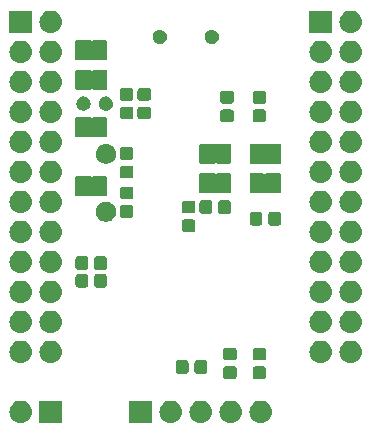
<source format=gbs>
G04 #@! TF.GenerationSoftware,KiCad,Pcbnew,5.0.2+dfsg1-1*
G04 #@! TF.CreationDate,2019-02-01T15:12:52+03:00*
G04 #@! TF.ProjectId,stm32_48pin,73746d33-325f-4343-9870-696e2e6b6963,rev?*
G04 #@! TF.SameCoordinates,PX14fb180PY2625a00*
G04 #@! TF.FileFunction,Soldermask,Bot*
G04 #@! TF.FilePolarity,Negative*
%FSLAX46Y46*%
G04 Gerber Fmt 4.6, Leading zero omitted, Abs format (unit mm)*
G04 Created by KiCad (PCBNEW 5.0.2+dfsg1-1) date Пт 01 фев 2019 15:12:52*
%MOMM*%
%LPD*%
G01*
G04 APERTURE LIST*
%ADD10C,0.100000*%
G04 APERTURE END LIST*
D10*
G36*
X13650000Y-39050000D02*
X11750000Y-39050000D01*
X11750000Y-37150000D01*
X13650000Y-37150000D01*
X13650000Y-39050000D01*
X13650000Y-39050000D01*
G37*
G36*
X20482971Y-37161455D02*
X20506232Y-37163746D01*
X20685308Y-37218068D01*
X20850345Y-37306282D01*
X20995001Y-37424999D01*
X21113718Y-37569655D01*
X21201932Y-37734692D01*
X21201932Y-37734693D01*
X21256254Y-37913769D01*
X21274597Y-38100000D01*
X21257899Y-38269534D01*
X21256254Y-38286232D01*
X21201932Y-38465308D01*
X21113718Y-38630345D01*
X20995001Y-38775001D01*
X20850345Y-38893718D01*
X20685308Y-38981932D01*
X20506232Y-39036254D01*
X20482971Y-39038545D01*
X20366670Y-39050000D01*
X20273330Y-39050000D01*
X20157029Y-39038545D01*
X20133768Y-39036254D01*
X19954692Y-38981932D01*
X19789655Y-38893718D01*
X19644999Y-38775001D01*
X19526282Y-38630345D01*
X19438068Y-38465308D01*
X19383746Y-38286232D01*
X19382101Y-38269534D01*
X19365403Y-38100000D01*
X19383746Y-37913769D01*
X19438068Y-37734693D01*
X19438068Y-37734692D01*
X19526282Y-37569655D01*
X19644999Y-37424999D01*
X19789655Y-37306282D01*
X19954692Y-37218068D01*
X20133768Y-37163746D01*
X20157029Y-37161455D01*
X20273330Y-37150000D01*
X20366670Y-37150000D01*
X20482971Y-37161455D01*
X20482971Y-37161455D01*
G37*
G36*
X2702971Y-37161455D02*
X2726232Y-37163746D01*
X2905308Y-37218068D01*
X3070345Y-37306282D01*
X3215001Y-37424999D01*
X3333718Y-37569655D01*
X3421932Y-37734692D01*
X3421932Y-37734693D01*
X3476254Y-37913769D01*
X3494597Y-38100000D01*
X3477899Y-38269534D01*
X3476254Y-38286232D01*
X3421932Y-38465308D01*
X3333718Y-38630345D01*
X3215001Y-38775001D01*
X3070345Y-38893718D01*
X2905308Y-38981932D01*
X2726232Y-39036254D01*
X2702971Y-39038545D01*
X2586670Y-39050000D01*
X2493330Y-39050000D01*
X2377029Y-39038545D01*
X2353768Y-39036254D01*
X2174692Y-38981932D01*
X2009655Y-38893718D01*
X1864999Y-38775001D01*
X1746282Y-38630345D01*
X1658068Y-38465308D01*
X1603746Y-38286232D01*
X1602101Y-38269534D01*
X1585403Y-38100000D01*
X1603746Y-37913769D01*
X1658068Y-37734693D01*
X1658068Y-37734692D01*
X1746282Y-37569655D01*
X1864999Y-37424999D01*
X2009655Y-37306282D01*
X2174692Y-37218068D01*
X2353768Y-37163746D01*
X2377029Y-37161455D01*
X2493330Y-37150000D01*
X2586670Y-37150000D01*
X2702971Y-37161455D01*
X2702971Y-37161455D01*
G37*
G36*
X6030000Y-39050000D02*
X4130000Y-39050000D01*
X4130000Y-37150000D01*
X6030000Y-37150000D01*
X6030000Y-39050000D01*
X6030000Y-39050000D01*
G37*
G36*
X17942971Y-37161455D02*
X17966232Y-37163746D01*
X18145308Y-37218068D01*
X18310345Y-37306282D01*
X18455001Y-37424999D01*
X18573718Y-37569655D01*
X18661932Y-37734692D01*
X18661932Y-37734693D01*
X18716254Y-37913769D01*
X18734597Y-38100000D01*
X18717899Y-38269534D01*
X18716254Y-38286232D01*
X18661932Y-38465308D01*
X18573718Y-38630345D01*
X18455001Y-38775001D01*
X18310345Y-38893718D01*
X18145308Y-38981932D01*
X17966232Y-39036254D01*
X17942971Y-39038545D01*
X17826670Y-39050000D01*
X17733330Y-39050000D01*
X17617029Y-39038545D01*
X17593768Y-39036254D01*
X17414692Y-38981932D01*
X17249655Y-38893718D01*
X17104999Y-38775001D01*
X16986282Y-38630345D01*
X16898068Y-38465308D01*
X16843746Y-38286232D01*
X16842101Y-38269534D01*
X16825403Y-38100000D01*
X16843746Y-37913769D01*
X16898068Y-37734693D01*
X16898068Y-37734692D01*
X16986282Y-37569655D01*
X17104999Y-37424999D01*
X17249655Y-37306282D01*
X17414692Y-37218068D01*
X17593768Y-37163746D01*
X17617029Y-37161455D01*
X17733330Y-37150000D01*
X17826670Y-37150000D01*
X17942971Y-37161455D01*
X17942971Y-37161455D01*
G37*
G36*
X15402971Y-37161455D02*
X15426232Y-37163746D01*
X15605308Y-37218068D01*
X15770345Y-37306282D01*
X15915001Y-37424999D01*
X16033718Y-37569655D01*
X16121932Y-37734692D01*
X16121932Y-37734693D01*
X16176254Y-37913769D01*
X16194597Y-38100000D01*
X16177899Y-38269534D01*
X16176254Y-38286232D01*
X16121932Y-38465308D01*
X16033718Y-38630345D01*
X15915001Y-38775001D01*
X15770345Y-38893718D01*
X15605308Y-38981932D01*
X15426232Y-39036254D01*
X15402971Y-39038545D01*
X15286670Y-39050000D01*
X15193330Y-39050000D01*
X15077029Y-39038545D01*
X15053768Y-39036254D01*
X14874692Y-38981932D01*
X14709655Y-38893718D01*
X14564999Y-38775001D01*
X14446282Y-38630345D01*
X14358068Y-38465308D01*
X14303746Y-38286232D01*
X14302101Y-38269534D01*
X14285403Y-38100000D01*
X14303746Y-37913769D01*
X14358068Y-37734693D01*
X14358068Y-37734692D01*
X14446282Y-37569655D01*
X14564999Y-37424999D01*
X14709655Y-37306282D01*
X14874692Y-37218068D01*
X15053768Y-37163746D01*
X15077029Y-37161455D01*
X15193330Y-37150000D01*
X15286670Y-37150000D01*
X15402971Y-37161455D01*
X15402971Y-37161455D01*
G37*
G36*
X23022971Y-37161455D02*
X23046232Y-37163746D01*
X23225308Y-37218068D01*
X23390345Y-37306282D01*
X23535001Y-37424999D01*
X23653718Y-37569655D01*
X23741932Y-37734692D01*
X23741932Y-37734693D01*
X23796254Y-37913769D01*
X23814597Y-38100000D01*
X23797899Y-38269534D01*
X23796254Y-38286232D01*
X23741932Y-38465308D01*
X23653718Y-38630345D01*
X23535001Y-38775001D01*
X23390345Y-38893718D01*
X23225308Y-38981932D01*
X23046232Y-39036254D01*
X23022971Y-39038545D01*
X22906670Y-39050000D01*
X22813330Y-39050000D01*
X22697029Y-39038545D01*
X22673768Y-39036254D01*
X22494692Y-38981932D01*
X22329655Y-38893718D01*
X22184999Y-38775001D01*
X22066282Y-38630345D01*
X21978068Y-38465308D01*
X21923746Y-38286232D01*
X21922101Y-38269534D01*
X21905403Y-38100000D01*
X21923746Y-37913769D01*
X21978068Y-37734693D01*
X21978068Y-37734692D01*
X22066282Y-37569655D01*
X22184999Y-37424999D01*
X22329655Y-37306282D01*
X22494692Y-37218068D01*
X22673768Y-37163746D01*
X22697029Y-37161455D01*
X22813330Y-37150000D01*
X22906670Y-37150000D01*
X23022971Y-37161455D01*
X23022971Y-37161455D01*
G37*
G36*
X23148830Y-34254677D02*
X23189776Y-34267098D01*
X23227510Y-34287267D01*
X23260587Y-34314413D01*
X23287733Y-34347490D01*
X23307902Y-34385224D01*
X23320323Y-34426170D01*
X23325000Y-34473658D01*
X23325000Y-35101342D01*
X23320323Y-35148830D01*
X23307902Y-35189776D01*
X23287733Y-35227510D01*
X23260587Y-35260587D01*
X23227510Y-35287733D01*
X23189776Y-35307902D01*
X23148830Y-35320323D01*
X23101342Y-35325000D01*
X22398658Y-35325000D01*
X22351170Y-35320323D01*
X22310224Y-35307902D01*
X22272490Y-35287733D01*
X22239413Y-35260587D01*
X22212267Y-35227510D01*
X22192098Y-35189776D01*
X22179677Y-35148830D01*
X22175000Y-35101342D01*
X22175000Y-34473658D01*
X22179677Y-34426170D01*
X22192098Y-34385224D01*
X22212267Y-34347490D01*
X22239413Y-34314413D01*
X22272490Y-34287267D01*
X22310224Y-34267098D01*
X22351170Y-34254677D01*
X22398658Y-34250000D01*
X23101342Y-34250000D01*
X23148830Y-34254677D01*
X23148830Y-34254677D01*
G37*
G36*
X20648830Y-34254677D02*
X20689776Y-34267098D01*
X20727510Y-34287267D01*
X20760587Y-34314413D01*
X20787733Y-34347490D01*
X20807902Y-34385224D01*
X20820323Y-34426170D01*
X20825000Y-34473658D01*
X20825000Y-35101342D01*
X20820323Y-35148830D01*
X20807902Y-35189776D01*
X20787733Y-35227510D01*
X20760587Y-35260587D01*
X20727510Y-35287733D01*
X20689776Y-35307902D01*
X20648830Y-35320323D01*
X20601342Y-35325000D01*
X19898658Y-35325000D01*
X19851170Y-35320323D01*
X19810224Y-35307902D01*
X19772490Y-35287733D01*
X19739413Y-35260587D01*
X19712267Y-35227510D01*
X19692098Y-35189776D01*
X19679677Y-35148830D01*
X19675000Y-35101342D01*
X19675000Y-34473658D01*
X19679677Y-34426170D01*
X19692098Y-34385224D01*
X19712267Y-34347490D01*
X19739413Y-34314413D01*
X19772490Y-34287267D01*
X19810224Y-34267098D01*
X19851170Y-34254677D01*
X19898658Y-34250000D01*
X20601342Y-34250000D01*
X20648830Y-34254677D01*
X20648830Y-34254677D01*
G37*
G36*
X16573830Y-33719677D02*
X16614776Y-33732098D01*
X16652510Y-33752267D01*
X16685587Y-33779413D01*
X16712733Y-33812490D01*
X16732902Y-33850224D01*
X16745323Y-33891170D01*
X16750000Y-33938658D01*
X16750000Y-34641342D01*
X16745323Y-34688830D01*
X16732902Y-34729776D01*
X16712733Y-34767510D01*
X16685587Y-34800587D01*
X16652510Y-34827733D01*
X16614776Y-34847902D01*
X16573830Y-34860323D01*
X16526342Y-34865000D01*
X15898658Y-34865000D01*
X15851170Y-34860323D01*
X15810224Y-34847902D01*
X15772490Y-34827733D01*
X15739413Y-34800587D01*
X15712267Y-34767510D01*
X15692098Y-34729776D01*
X15679677Y-34688830D01*
X15675000Y-34641342D01*
X15675000Y-33938658D01*
X15679677Y-33891170D01*
X15692098Y-33850224D01*
X15712267Y-33812490D01*
X15739413Y-33779413D01*
X15772490Y-33752267D01*
X15810224Y-33732098D01*
X15851170Y-33719677D01*
X15898658Y-33715000D01*
X16526342Y-33715000D01*
X16573830Y-33719677D01*
X16573830Y-33719677D01*
G37*
G36*
X18148830Y-33719677D02*
X18189776Y-33732098D01*
X18227510Y-33752267D01*
X18260587Y-33779413D01*
X18287733Y-33812490D01*
X18307902Y-33850224D01*
X18320323Y-33891170D01*
X18325000Y-33938658D01*
X18325000Y-34641342D01*
X18320323Y-34688830D01*
X18307902Y-34729776D01*
X18287733Y-34767510D01*
X18260587Y-34800587D01*
X18227510Y-34827733D01*
X18189776Y-34847902D01*
X18148830Y-34860323D01*
X18101342Y-34865000D01*
X17473658Y-34865000D01*
X17426170Y-34860323D01*
X17385224Y-34847902D01*
X17347490Y-34827733D01*
X17314413Y-34800587D01*
X17287267Y-34767510D01*
X17267098Y-34729776D01*
X17254677Y-34688830D01*
X17250000Y-34641342D01*
X17250000Y-33938658D01*
X17254677Y-33891170D01*
X17267098Y-33850224D01*
X17287267Y-33812490D01*
X17314413Y-33779413D01*
X17347490Y-33752267D01*
X17385224Y-33732098D01*
X17426170Y-33719677D01*
X17473658Y-33715000D01*
X18101342Y-33715000D01*
X18148830Y-33719677D01*
X18148830Y-33719677D01*
G37*
G36*
X30642971Y-32081455D02*
X30666232Y-32083746D01*
X30845308Y-32138068D01*
X31010345Y-32226282D01*
X31155001Y-32344999D01*
X31273718Y-32489655D01*
X31361932Y-32654692D01*
X31404324Y-32794440D01*
X31416254Y-32833769D01*
X31434597Y-33020000D01*
X31417899Y-33189534D01*
X31416254Y-33206232D01*
X31361932Y-33385308D01*
X31273718Y-33550345D01*
X31155001Y-33695001D01*
X31010345Y-33813718D01*
X30845308Y-33901932D01*
X30666232Y-33956254D01*
X30642971Y-33958545D01*
X30526670Y-33970000D01*
X30433330Y-33970000D01*
X30317029Y-33958545D01*
X30293768Y-33956254D01*
X30114692Y-33901932D01*
X29949655Y-33813718D01*
X29804999Y-33695001D01*
X29686282Y-33550345D01*
X29598068Y-33385308D01*
X29543746Y-33206232D01*
X29542101Y-33189534D01*
X29525403Y-33020000D01*
X29543746Y-32833769D01*
X29555676Y-32794440D01*
X29598068Y-32654692D01*
X29686282Y-32489655D01*
X29804999Y-32344999D01*
X29949655Y-32226282D01*
X30114692Y-32138068D01*
X30293768Y-32083746D01*
X30317029Y-32081455D01*
X30433330Y-32070000D01*
X30526670Y-32070000D01*
X30642971Y-32081455D01*
X30642971Y-32081455D01*
G37*
G36*
X28102971Y-32081455D02*
X28126232Y-32083746D01*
X28305308Y-32138068D01*
X28470345Y-32226282D01*
X28615001Y-32344999D01*
X28733718Y-32489655D01*
X28821932Y-32654692D01*
X28864324Y-32794440D01*
X28876254Y-32833769D01*
X28894597Y-33020000D01*
X28877899Y-33189534D01*
X28876254Y-33206232D01*
X28821932Y-33385308D01*
X28733718Y-33550345D01*
X28615001Y-33695001D01*
X28470345Y-33813718D01*
X28305308Y-33901932D01*
X28126232Y-33956254D01*
X28102971Y-33958545D01*
X27986670Y-33970000D01*
X27893330Y-33970000D01*
X27777029Y-33958545D01*
X27753768Y-33956254D01*
X27574692Y-33901932D01*
X27409655Y-33813718D01*
X27264999Y-33695001D01*
X27146282Y-33550345D01*
X27058068Y-33385308D01*
X27003746Y-33206232D01*
X27002101Y-33189534D01*
X26985403Y-33020000D01*
X27003746Y-32833769D01*
X27015676Y-32794440D01*
X27058068Y-32654692D01*
X27146282Y-32489655D01*
X27264999Y-32344999D01*
X27409655Y-32226282D01*
X27574692Y-32138068D01*
X27753768Y-32083746D01*
X27777029Y-32081455D01*
X27893330Y-32070000D01*
X27986670Y-32070000D01*
X28102971Y-32081455D01*
X28102971Y-32081455D01*
G37*
G36*
X2702971Y-32081455D02*
X2726232Y-32083746D01*
X2905308Y-32138068D01*
X3070345Y-32226282D01*
X3215001Y-32344999D01*
X3333718Y-32489655D01*
X3421932Y-32654692D01*
X3464324Y-32794440D01*
X3476254Y-32833769D01*
X3494597Y-33020000D01*
X3477899Y-33189534D01*
X3476254Y-33206232D01*
X3421932Y-33385308D01*
X3333718Y-33550345D01*
X3215001Y-33695001D01*
X3070345Y-33813718D01*
X2905308Y-33901932D01*
X2726232Y-33956254D01*
X2702971Y-33958545D01*
X2586670Y-33970000D01*
X2493330Y-33970000D01*
X2377029Y-33958545D01*
X2353768Y-33956254D01*
X2174692Y-33901932D01*
X2009655Y-33813718D01*
X1864999Y-33695001D01*
X1746282Y-33550345D01*
X1658068Y-33385308D01*
X1603746Y-33206232D01*
X1602101Y-33189534D01*
X1585403Y-33020000D01*
X1603746Y-32833769D01*
X1615676Y-32794440D01*
X1658068Y-32654692D01*
X1746282Y-32489655D01*
X1864999Y-32344999D01*
X2009655Y-32226282D01*
X2174692Y-32138068D01*
X2353768Y-32083746D01*
X2377029Y-32081455D01*
X2493330Y-32070000D01*
X2586670Y-32070000D01*
X2702971Y-32081455D01*
X2702971Y-32081455D01*
G37*
G36*
X5242971Y-32081455D02*
X5266232Y-32083746D01*
X5445308Y-32138068D01*
X5610345Y-32226282D01*
X5755001Y-32344999D01*
X5873718Y-32489655D01*
X5961932Y-32654692D01*
X6004324Y-32794440D01*
X6016254Y-32833769D01*
X6034597Y-33020000D01*
X6017899Y-33189534D01*
X6016254Y-33206232D01*
X5961932Y-33385308D01*
X5873718Y-33550345D01*
X5755001Y-33695001D01*
X5610345Y-33813718D01*
X5445308Y-33901932D01*
X5266232Y-33956254D01*
X5242971Y-33958545D01*
X5126670Y-33970000D01*
X5033330Y-33970000D01*
X4917029Y-33958545D01*
X4893768Y-33956254D01*
X4714692Y-33901932D01*
X4549655Y-33813718D01*
X4404999Y-33695001D01*
X4286282Y-33550345D01*
X4198068Y-33385308D01*
X4143746Y-33206232D01*
X4142101Y-33189534D01*
X4125403Y-33020000D01*
X4143746Y-32833769D01*
X4155676Y-32794440D01*
X4198068Y-32654692D01*
X4286282Y-32489655D01*
X4404999Y-32344999D01*
X4549655Y-32226282D01*
X4714692Y-32138068D01*
X4893768Y-32083746D01*
X4917029Y-32081455D01*
X5033330Y-32070000D01*
X5126670Y-32070000D01*
X5242971Y-32081455D01*
X5242971Y-32081455D01*
G37*
G36*
X20648830Y-32679677D02*
X20689776Y-32692098D01*
X20727510Y-32712267D01*
X20760587Y-32739413D01*
X20787733Y-32772490D01*
X20807902Y-32810224D01*
X20820323Y-32851170D01*
X20825000Y-32898658D01*
X20825000Y-33526342D01*
X20820323Y-33573830D01*
X20807902Y-33614776D01*
X20787733Y-33652510D01*
X20760587Y-33685587D01*
X20727510Y-33712733D01*
X20689776Y-33732902D01*
X20648830Y-33745323D01*
X20601342Y-33750000D01*
X19898658Y-33750000D01*
X19851170Y-33745323D01*
X19810224Y-33732902D01*
X19772490Y-33712733D01*
X19739413Y-33685587D01*
X19712267Y-33652510D01*
X19692098Y-33614776D01*
X19679677Y-33573830D01*
X19675000Y-33526342D01*
X19675000Y-32898658D01*
X19679677Y-32851170D01*
X19692098Y-32810224D01*
X19712267Y-32772490D01*
X19739413Y-32739413D01*
X19772490Y-32712267D01*
X19810224Y-32692098D01*
X19851170Y-32679677D01*
X19898658Y-32675000D01*
X20601342Y-32675000D01*
X20648830Y-32679677D01*
X20648830Y-32679677D01*
G37*
G36*
X23148830Y-32679677D02*
X23189776Y-32692098D01*
X23227510Y-32712267D01*
X23260587Y-32739413D01*
X23287733Y-32772490D01*
X23307902Y-32810224D01*
X23320323Y-32851170D01*
X23325000Y-32898658D01*
X23325000Y-33526342D01*
X23320323Y-33573830D01*
X23307902Y-33614776D01*
X23287733Y-33652510D01*
X23260587Y-33685587D01*
X23227510Y-33712733D01*
X23189776Y-33732902D01*
X23148830Y-33745323D01*
X23101342Y-33750000D01*
X22398658Y-33750000D01*
X22351170Y-33745323D01*
X22310224Y-33732902D01*
X22272490Y-33712733D01*
X22239413Y-33685587D01*
X22212267Y-33652510D01*
X22192098Y-33614776D01*
X22179677Y-33573830D01*
X22175000Y-33526342D01*
X22175000Y-32898658D01*
X22179677Y-32851170D01*
X22192098Y-32810224D01*
X22212267Y-32772490D01*
X22239413Y-32739413D01*
X22272490Y-32712267D01*
X22310224Y-32692098D01*
X22351170Y-32679677D01*
X22398658Y-32675000D01*
X23101342Y-32675000D01*
X23148830Y-32679677D01*
X23148830Y-32679677D01*
G37*
G36*
X28102971Y-29541455D02*
X28126232Y-29543746D01*
X28305308Y-29598068D01*
X28470345Y-29686282D01*
X28615001Y-29804999D01*
X28733718Y-29949655D01*
X28821932Y-30114692D01*
X28821932Y-30114693D01*
X28876254Y-30293769D01*
X28894597Y-30480000D01*
X28877899Y-30649534D01*
X28876254Y-30666232D01*
X28821932Y-30845308D01*
X28733718Y-31010345D01*
X28615001Y-31155001D01*
X28470345Y-31273718D01*
X28305308Y-31361932D01*
X28126232Y-31416254D01*
X28102971Y-31418545D01*
X27986670Y-31430000D01*
X27893330Y-31430000D01*
X27777029Y-31418545D01*
X27753768Y-31416254D01*
X27574692Y-31361932D01*
X27409655Y-31273718D01*
X27264999Y-31155001D01*
X27146282Y-31010345D01*
X27058068Y-30845308D01*
X27003746Y-30666232D01*
X27002101Y-30649534D01*
X26985403Y-30480000D01*
X27003746Y-30293769D01*
X27058068Y-30114693D01*
X27058068Y-30114692D01*
X27146282Y-29949655D01*
X27264999Y-29804999D01*
X27409655Y-29686282D01*
X27574692Y-29598068D01*
X27753768Y-29543746D01*
X27777029Y-29541455D01*
X27893330Y-29530000D01*
X27986670Y-29530000D01*
X28102971Y-29541455D01*
X28102971Y-29541455D01*
G37*
G36*
X2702971Y-29541455D02*
X2726232Y-29543746D01*
X2905308Y-29598068D01*
X3070345Y-29686282D01*
X3215001Y-29804999D01*
X3333718Y-29949655D01*
X3421932Y-30114692D01*
X3421932Y-30114693D01*
X3476254Y-30293769D01*
X3494597Y-30480000D01*
X3477899Y-30649534D01*
X3476254Y-30666232D01*
X3421932Y-30845308D01*
X3333718Y-31010345D01*
X3215001Y-31155001D01*
X3070345Y-31273718D01*
X2905308Y-31361932D01*
X2726232Y-31416254D01*
X2702971Y-31418545D01*
X2586670Y-31430000D01*
X2493330Y-31430000D01*
X2377029Y-31418545D01*
X2353768Y-31416254D01*
X2174692Y-31361932D01*
X2009655Y-31273718D01*
X1864999Y-31155001D01*
X1746282Y-31010345D01*
X1658068Y-30845308D01*
X1603746Y-30666232D01*
X1602101Y-30649534D01*
X1585403Y-30480000D01*
X1603746Y-30293769D01*
X1658068Y-30114693D01*
X1658068Y-30114692D01*
X1746282Y-29949655D01*
X1864999Y-29804999D01*
X2009655Y-29686282D01*
X2174692Y-29598068D01*
X2353768Y-29543746D01*
X2377029Y-29541455D01*
X2493330Y-29530000D01*
X2586670Y-29530000D01*
X2702971Y-29541455D01*
X2702971Y-29541455D01*
G37*
G36*
X5242971Y-29541455D02*
X5266232Y-29543746D01*
X5445308Y-29598068D01*
X5610345Y-29686282D01*
X5755001Y-29804999D01*
X5873718Y-29949655D01*
X5961932Y-30114692D01*
X5961932Y-30114693D01*
X6016254Y-30293769D01*
X6034597Y-30480000D01*
X6017899Y-30649534D01*
X6016254Y-30666232D01*
X5961932Y-30845308D01*
X5873718Y-31010345D01*
X5755001Y-31155001D01*
X5610345Y-31273718D01*
X5445308Y-31361932D01*
X5266232Y-31416254D01*
X5242971Y-31418545D01*
X5126670Y-31430000D01*
X5033330Y-31430000D01*
X4917029Y-31418545D01*
X4893768Y-31416254D01*
X4714692Y-31361932D01*
X4549655Y-31273718D01*
X4404999Y-31155001D01*
X4286282Y-31010345D01*
X4198068Y-30845308D01*
X4143746Y-30666232D01*
X4142101Y-30649534D01*
X4125403Y-30480000D01*
X4143746Y-30293769D01*
X4198068Y-30114693D01*
X4198068Y-30114692D01*
X4286282Y-29949655D01*
X4404999Y-29804999D01*
X4549655Y-29686282D01*
X4714692Y-29598068D01*
X4893768Y-29543746D01*
X4917029Y-29541455D01*
X5033330Y-29530000D01*
X5126670Y-29530000D01*
X5242971Y-29541455D01*
X5242971Y-29541455D01*
G37*
G36*
X30642971Y-29541455D02*
X30666232Y-29543746D01*
X30845308Y-29598068D01*
X31010345Y-29686282D01*
X31155001Y-29804999D01*
X31273718Y-29949655D01*
X31361932Y-30114692D01*
X31361932Y-30114693D01*
X31416254Y-30293769D01*
X31434597Y-30480000D01*
X31417899Y-30649534D01*
X31416254Y-30666232D01*
X31361932Y-30845308D01*
X31273718Y-31010345D01*
X31155001Y-31155001D01*
X31010345Y-31273718D01*
X30845308Y-31361932D01*
X30666232Y-31416254D01*
X30642971Y-31418545D01*
X30526670Y-31430000D01*
X30433330Y-31430000D01*
X30317029Y-31418545D01*
X30293768Y-31416254D01*
X30114692Y-31361932D01*
X29949655Y-31273718D01*
X29804999Y-31155001D01*
X29686282Y-31010345D01*
X29598068Y-30845308D01*
X29543746Y-30666232D01*
X29542101Y-30649534D01*
X29525403Y-30480000D01*
X29543746Y-30293769D01*
X29598068Y-30114693D01*
X29598068Y-30114692D01*
X29686282Y-29949655D01*
X29804999Y-29804999D01*
X29949655Y-29686282D01*
X30114692Y-29598068D01*
X30293768Y-29543746D01*
X30317029Y-29541455D01*
X30433330Y-29530000D01*
X30526670Y-29530000D01*
X30642971Y-29541455D01*
X30642971Y-29541455D01*
G37*
G36*
X28102971Y-27001455D02*
X28126232Y-27003746D01*
X28305308Y-27058068D01*
X28470345Y-27146282D01*
X28615001Y-27264999D01*
X28733718Y-27409655D01*
X28821932Y-27574692D01*
X28821932Y-27574693D01*
X28876254Y-27753769D01*
X28894597Y-27940000D01*
X28877899Y-28109534D01*
X28876254Y-28126232D01*
X28821932Y-28305308D01*
X28733718Y-28470345D01*
X28615001Y-28615001D01*
X28470345Y-28733718D01*
X28305308Y-28821932D01*
X28126232Y-28876254D01*
X28102971Y-28878545D01*
X27986670Y-28890000D01*
X27893330Y-28890000D01*
X27777029Y-28878545D01*
X27753768Y-28876254D01*
X27574692Y-28821932D01*
X27409655Y-28733718D01*
X27264999Y-28615001D01*
X27146282Y-28470345D01*
X27058068Y-28305308D01*
X27003746Y-28126232D01*
X27002101Y-28109534D01*
X26985403Y-27940000D01*
X27003746Y-27753769D01*
X27058068Y-27574693D01*
X27058068Y-27574692D01*
X27146282Y-27409655D01*
X27264999Y-27264999D01*
X27409655Y-27146282D01*
X27574692Y-27058068D01*
X27753768Y-27003746D01*
X27777029Y-27001455D01*
X27893330Y-26990000D01*
X27986670Y-26990000D01*
X28102971Y-27001455D01*
X28102971Y-27001455D01*
G37*
G36*
X5242971Y-27001455D02*
X5266232Y-27003746D01*
X5445308Y-27058068D01*
X5610345Y-27146282D01*
X5755001Y-27264999D01*
X5873718Y-27409655D01*
X5961932Y-27574692D01*
X5961932Y-27574693D01*
X6016254Y-27753769D01*
X6034597Y-27940000D01*
X6017899Y-28109534D01*
X6016254Y-28126232D01*
X5961932Y-28305308D01*
X5873718Y-28470345D01*
X5755001Y-28615001D01*
X5610345Y-28733718D01*
X5445308Y-28821932D01*
X5266232Y-28876254D01*
X5242971Y-28878545D01*
X5126670Y-28890000D01*
X5033330Y-28890000D01*
X4917029Y-28878545D01*
X4893768Y-28876254D01*
X4714692Y-28821932D01*
X4549655Y-28733718D01*
X4404999Y-28615001D01*
X4286282Y-28470345D01*
X4198068Y-28305308D01*
X4143746Y-28126232D01*
X4142101Y-28109534D01*
X4125403Y-27940000D01*
X4143746Y-27753769D01*
X4198068Y-27574693D01*
X4198068Y-27574692D01*
X4286282Y-27409655D01*
X4404999Y-27264999D01*
X4549655Y-27146282D01*
X4714692Y-27058068D01*
X4893768Y-27003746D01*
X4917029Y-27001455D01*
X5033330Y-26990000D01*
X5126670Y-26990000D01*
X5242971Y-27001455D01*
X5242971Y-27001455D01*
G37*
G36*
X2702971Y-27001455D02*
X2726232Y-27003746D01*
X2905308Y-27058068D01*
X3070345Y-27146282D01*
X3215001Y-27264999D01*
X3333718Y-27409655D01*
X3421932Y-27574692D01*
X3421932Y-27574693D01*
X3476254Y-27753769D01*
X3494597Y-27940000D01*
X3477899Y-28109534D01*
X3476254Y-28126232D01*
X3421932Y-28305308D01*
X3333718Y-28470345D01*
X3215001Y-28615001D01*
X3070345Y-28733718D01*
X2905308Y-28821932D01*
X2726232Y-28876254D01*
X2702971Y-28878545D01*
X2586670Y-28890000D01*
X2493330Y-28890000D01*
X2377029Y-28878545D01*
X2353768Y-28876254D01*
X2174692Y-28821932D01*
X2009655Y-28733718D01*
X1864999Y-28615001D01*
X1746282Y-28470345D01*
X1658068Y-28305308D01*
X1603746Y-28126232D01*
X1602101Y-28109534D01*
X1585403Y-27940000D01*
X1603746Y-27753769D01*
X1658068Y-27574693D01*
X1658068Y-27574692D01*
X1746282Y-27409655D01*
X1864999Y-27264999D01*
X2009655Y-27146282D01*
X2174692Y-27058068D01*
X2353768Y-27003746D01*
X2377029Y-27001455D01*
X2493330Y-26990000D01*
X2586670Y-26990000D01*
X2702971Y-27001455D01*
X2702971Y-27001455D01*
G37*
G36*
X30642971Y-27001455D02*
X30666232Y-27003746D01*
X30845308Y-27058068D01*
X31010345Y-27146282D01*
X31155001Y-27264999D01*
X31273718Y-27409655D01*
X31361932Y-27574692D01*
X31361932Y-27574693D01*
X31416254Y-27753769D01*
X31434597Y-27940000D01*
X31417899Y-28109534D01*
X31416254Y-28126232D01*
X31361932Y-28305308D01*
X31273718Y-28470345D01*
X31155001Y-28615001D01*
X31010345Y-28733718D01*
X30845308Y-28821932D01*
X30666232Y-28876254D01*
X30642971Y-28878545D01*
X30526670Y-28890000D01*
X30433330Y-28890000D01*
X30317029Y-28878545D01*
X30293768Y-28876254D01*
X30114692Y-28821932D01*
X29949655Y-28733718D01*
X29804999Y-28615001D01*
X29686282Y-28470345D01*
X29598068Y-28305308D01*
X29543746Y-28126232D01*
X29542101Y-28109534D01*
X29525403Y-27940000D01*
X29543746Y-27753769D01*
X29598068Y-27574693D01*
X29598068Y-27574692D01*
X29686282Y-27409655D01*
X29804999Y-27264999D01*
X29949655Y-27146282D01*
X30114692Y-27058068D01*
X30293768Y-27003746D01*
X30317029Y-27001455D01*
X30433330Y-26990000D01*
X30526670Y-26990000D01*
X30642971Y-27001455D01*
X30642971Y-27001455D01*
G37*
G36*
X9648830Y-26429677D02*
X9689776Y-26442098D01*
X9727510Y-26462267D01*
X9760587Y-26489413D01*
X9787733Y-26522490D01*
X9807902Y-26560224D01*
X9820323Y-26601170D01*
X9825000Y-26648658D01*
X9825000Y-27351342D01*
X9820323Y-27398830D01*
X9807902Y-27439776D01*
X9787733Y-27477510D01*
X9760587Y-27510587D01*
X9727510Y-27537733D01*
X9689776Y-27557902D01*
X9648830Y-27570323D01*
X9601342Y-27575000D01*
X8973658Y-27575000D01*
X8926170Y-27570323D01*
X8885224Y-27557902D01*
X8847490Y-27537733D01*
X8814413Y-27510587D01*
X8787267Y-27477510D01*
X8767098Y-27439776D01*
X8754677Y-27398830D01*
X8750000Y-27351342D01*
X8750000Y-26648658D01*
X8754677Y-26601170D01*
X8767098Y-26560224D01*
X8787267Y-26522490D01*
X8814413Y-26489413D01*
X8847490Y-26462267D01*
X8885224Y-26442098D01*
X8926170Y-26429677D01*
X8973658Y-26425000D01*
X9601342Y-26425000D01*
X9648830Y-26429677D01*
X9648830Y-26429677D01*
G37*
G36*
X8073830Y-26429677D02*
X8114776Y-26442098D01*
X8152510Y-26462267D01*
X8185587Y-26489413D01*
X8212733Y-26522490D01*
X8232902Y-26560224D01*
X8245323Y-26601170D01*
X8250000Y-26648658D01*
X8250000Y-27351342D01*
X8245323Y-27398830D01*
X8232902Y-27439776D01*
X8212733Y-27477510D01*
X8185587Y-27510587D01*
X8152510Y-27537733D01*
X8114776Y-27557902D01*
X8073830Y-27570323D01*
X8026342Y-27575000D01*
X7398658Y-27575000D01*
X7351170Y-27570323D01*
X7310224Y-27557902D01*
X7272490Y-27537733D01*
X7239413Y-27510587D01*
X7212267Y-27477510D01*
X7192098Y-27439776D01*
X7179677Y-27398830D01*
X7175000Y-27351342D01*
X7175000Y-26648658D01*
X7179677Y-26601170D01*
X7192098Y-26560224D01*
X7212267Y-26522490D01*
X7239413Y-26489413D01*
X7272490Y-26462267D01*
X7310224Y-26442098D01*
X7351170Y-26429677D01*
X7398658Y-26425000D01*
X8026342Y-26425000D01*
X8073830Y-26429677D01*
X8073830Y-26429677D01*
G37*
G36*
X28102971Y-24461455D02*
X28126232Y-24463746D01*
X28305308Y-24518068D01*
X28470345Y-24606282D01*
X28615001Y-24724999D01*
X28733718Y-24869655D01*
X28821932Y-25034692D01*
X28876254Y-25213768D01*
X28876254Y-25213769D01*
X28894597Y-25400000D01*
X28877899Y-25569534D01*
X28876254Y-25586232D01*
X28821932Y-25765308D01*
X28733718Y-25930345D01*
X28615001Y-26075001D01*
X28470345Y-26193718D01*
X28305308Y-26281932D01*
X28126232Y-26336254D01*
X28102971Y-26338545D01*
X27986670Y-26350000D01*
X27893330Y-26350000D01*
X27777029Y-26338545D01*
X27753768Y-26336254D01*
X27574692Y-26281932D01*
X27409655Y-26193718D01*
X27264999Y-26075001D01*
X27146282Y-25930345D01*
X27058068Y-25765308D01*
X27003746Y-25586232D01*
X27002101Y-25569534D01*
X26985403Y-25400000D01*
X27003746Y-25213769D01*
X27003746Y-25213768D01*
X27058068Y-25034692D01*
X27146282Y-24869655D01*
X27264999Y-24724999D01*
X27409655Y-24606282D01*
X27574692Y-24518068D01*
X27753768Y-24463746D01*
X27777029Y-24461455D01*
X27893330Y-24450000D01*
X27986670Y-24450000D01*
X28102971Y-24461455D01*
X28102971Y-24461455D01*
G37*
G36*
X30642971Y-24461455D02*
X30666232Y-24463746D01*
X30845308Y-24518068D01*
X31010345Y-24606282D01*
X31155001Y-24724999D01*
X31273718Y-24869655D01*
X31361932Y-25034692D01*
X31416254Y-25213768D01*
X31416254Y-25213769D01*
X31434597Y-25400000D01*
X31417899Y-25569534D01*
X31416254Y-25586232D01*
X31361932Y-25765308D01*
X31273718Y-25930345D01*
X31155001Y-26075001D01*
X31010345Y-26193718D01*
X30845308Y-26281932D01*
X30666232Y-26336254D01*
X30642971Y-26338545D01*
X30526670Y-26350000D01*
X30433330Y-26350000D01*
X30317029Y-26338545D01*
X30293768Y-26336254D01*
X30114692Y-26281932D01*
X29949655Y-26193718D01*
X29804999Y-26075001D01*
X29686282Y-25930345D01*
X29598068Y-25765308D01*
X29543746Y-25586232D01*
X29542101Y-25569534D01*
X29525403Y-25400000D01*
X29543746Y-25213769D01*
X29543746Y-25213768D01*
X29598068Y-25034692D01*
X29686282Y-24869655D01*
X29804999Y-24724999D01*
X29949655Y-24606282D01*
X30114692Y-24518068D01*
X30293768Y-24463746D01*
X30317029Y-24461455D01*
X30433330Y-24450000D01*
X30526670Y-24450000D01*
X30642971Y-24461455D01*
X30642971Y-24461455D01*
G37*
G36*
X5242971Y-24461455D02*
X5266232Y-24463746D01*
X5445308Y-24518068D01*
X5610345Y-24606282D01*
X5755001Y-24724999D01*
X5873718Y-24869655D01*
X5961932Y-25034692D01*
X6016254Y-25213768D01*
X6016254Y-25213769D01*
X6034597Y-25400000D01*
X6017899Y-25569534D01*
X6016254Y-25586232D01*
X5961932Y-25765308D01*
X5873718Y-25930345D01*
X5755001Y-26075001D01*
X5610345Y-26193718D01*
X5445308Y-26281932D01*
X5266232Y-26336254D01*
X5242971Y-26338545D01*
X5126670Y-26350000D01*
X5033330Y-26350000D01*
X4917029Y-26338545D01*
X4893768Y-26336254D01*
X4714692Y-26281932D01*
X4549655Y-26193718D01*
X4404999Y-26075001D01*
X4286282Y-25930345D01*
X4198068Y-25765308D01*
X4143746Y-25586232D01*
X4142101Y-25569534D01*
X4125403Y-25400000D01*
X4143746Y-25213769D01*
X4143746Y-25213768D01*
X4198068Y-25034692D01*
X4286282Y-24869655D01*
X4404999Y-24724999D01*
X4549655Y-24606282D01*
X4714692Y-24518068D01*
X4893768Y-24463746D01*
X4917029Y-24461455D01*
X5033330Y-24450000D01*
X5126670Y-24450000D01*
X5242971Y-24461455D01*
X5242971Y-24461455D01*
G37*
G36*
X2702971Y-24461455D02*
X2726232Y-24463746D01*
X2905308Y-24518068D01*
X3070345Y-24606282D01*
X3215001Y-24724999D01*
X3333718Y-24869655D01*
X3421932Y-25034692D01*
X3476254Y-25213768D01*
X3476254Y-25213769D01*
X3494597Y-25400000D01*
X3477899Y-25569534D01*
X3476254Y-25586232D01*
X3421932Y-25765308D01*
X3333718Y-25930345D01*
X3215001Y-26075001D01*
X3070345Y-26193718D01*
X2905308Y-26281932D01*
X2726232Y-26336254D01*
X2702971Y-26338545D01*
X2586670Y-26350000D01*
X2493330Y-26350000D01*
X2377029Y-26338545D01*
X2353768Y-26336254D01*
X2174692Y-26281932D01*
X2009655Y-26193718D01*
X1864999Y-26075001D01*
X1746282Y-25930345D01*
X1658068Y-25765308D01*
X1603746Y-25586232D01*
X1602101Y-25569534D01*
X1585403Y-25400000D01*
X1603746Y-25213769D01*
X1603746Y-25213768D01*
X1658068Y-25034692D01*
X1746282Y-24869655D01*
X1864999Y-24724999D01*
X2009655Y-24606282D01*
X2174692Y-24518068D01*
X2353768Y-24463746D01*
X2377029Y-24461455D01*
X2493330Y-24450000D01*
X2586670Y-24450000D01*
X2702971Y-24461455D01*
X2702971Y-24461455D01*
G37*
G36*
X9648830Y-24929677D02*
X9689776Y-24942098D01*
X9727510Y-24962267D01*
X9760587Y-24989413D01*
X9787733Y-25022490D01*
X9807902Y-25060224D01*
X9820323Y-25101170D01*
X9825000Y-25148658D01*
X9825000Y-25851342D01*
X9820323Y-25898830D01*
X9807902Y-25939776D01*
X9787733Y-25977510D01*
X9760587Y-26010587D01*
X9727510Y-26037733D01*
X9689776Y-26057902D01*
X9648830Y-26070323D01*
X9601342Y-26075000D01*
X8973658Y-26075000D01*
X8926170Y-26070323D01*
X8885224Y-26057902D01*
X8847490Y-26037733D01*
X8814413Y-26010587D01*
X8787267Y-25977510D01*
X8767098Y-25939776D01*
X8754677Y-25898830D01*
X8750000Y-25851342D01*
X8750000Y-25148658D01*
X8754677Y-25101170D01*
X8767098Y-25060224D01*
X8787267Y-25022490D01*
X8814413Y-24989413D01*
X8847490Y-24962267D01*
X8885224Y-24942098D01*
X8926170Y-24929677D01*
X8973658Y-24925000D01*
X9601342Y-24925000D01*
X9648830Y-24929677D01*
X9648830Y-24929677D01*
G37*
G36*
X8073830Y-24929677D02*
X8114776Y-24942098D01*
X8152510Y-24962267D01*
X8185587Y-24989413D01*
X8212733Y-25022490D01*
X8232902Y-25060224D01*
X8245323Y-25101170D01*
X8250000Y-25148658D01*
X8250000Y-25851342D01*
X8245323Y-25898830D01*
X8232902Y-25939776D01*
X8212733Y-25977510D01*
X8185587Y-26010587D01*
X8152510Y-26037733D01*
X8114776Y-26057902D01*
X8073830Y-26070323D01*
X8026342Y-26075000D01*
X7398658Y-26075000D01*
X7351170Y-26070323D01*
X7310224Y-26057902D01*
X7272490Y-26037733D01*
X7239413Y-26010587D01*
X7212267Y-25977510D01*
X7192098Y-25939776D01*
X7179677Y-25898830D01*
X7175000Y-25851342D01*
X7175000Y-25148658D01*
X7179677Y-25101170D01*
X7192098Y-25060224D01*
X7212267Y-25022490D01*
X7239413Y-24989413D01*
X7272490Y-24962267D01*
X7310224Y-24942098D01*
X7351170Y-24929677D01*
X7398658Y-24925000D01*
X8026342Y-24925000D01*
X8073830Y-24929677D01*
X8073830Y-24929677D01*
G37*
G36*
X30642971Y-21921455D02*
X30666232Y-21923746D01*
X30845308Y-21978068D01*
X31010345Y-22066282D01*
X31155001Y-22184999D01*
X31273718Y-22329655D01*
X31361932Y-22494692D01*
X31409451Y-22651342D01*
X31416254Y-22673769D01*
X31434597Y-22860000D01*
X31417899Y-23029534D01*
X31416254Y-23046232D01*
X31361932Y-23225308D01*
X31273718Y-23390345D01*
X31155001Y-23535001D01*
X31010345Y-23653718D01*
X30845308Y-23741932D01*
X30666232Y-23796254D01*
X30642971Y-23798545D01*
X30526670Y-23810000D01*
X30433330Y-23810000D01*
X30317029Y-23798545D01*
X30293768Y-23796254D01*
X30114692Y-23741932D01*
X29949655Y-23653718D01*
X29804999Y-23535001D01*
X29686282Y-23390345D01*
X29598068Y-23225308D01*
X29543746Y-23046232D01*
X29542101Y-23029534D01*
X29525403Y-22860000D01*
X29543746Y-22673769D01*
X29550549Y-22651342D01*
X29598068Y-22494692D01*
X29686282Y-22329655D01*
X29804999Y-22184999D01*
X29949655Y-22066282D01*
X30114692Y-21978068D01*
X30293768Y-21923746D01*
X30317029Y-21921455D01*
X30433330Y-21910000D01*
X30526670Y-21910000D01*
X30642971Y-21921455D01*
X30642971Y-21921455D01*
G37*
G36*
X28102971Y-21921455D02*
X28126232Y-21923746D01*
X28305308Y-21978068D01*
X28470345Y-22066282D01*
X28615001Y-22184999D01*
X28733718Y-22329655D01*
X28821932Y-22494692D01*
X28869451Y-22651342D01*
X28876254Y-22673769D01*
X28894597Y-22860000D01*
X28877899Y-23029534D01*
X28876254Y-23046232D01*
X28821932Y-23225308D01*
X28733718Y-23390345D01*
X28615001Y-23535001D01*
X28470345Y-23653718D01*
X28305308Y-23741932D01*
X28126232Y-23796254D01*
X28102971Y-23798545D01*
X27986670Y-23810000D01*
X27893330Y-23810000D01*
X27777029Y-23798545D01*
X27753768Y-23796254D01*
X27574692Y-23741932D01*
X27409655Y-23653718D01*
X27264999Y-23535001D01*
X27146282Y-23390345D01*
X27058068Y-23225308D01*
X27003746Y-23046232D01*
X27002101Y-23029534D01*
X26985403Y-22860000D01*
X27003746Y-22673769D01*
X27010549Y-22651342D01*
X27058068Y-22494692D01*
X27146282Y-22329655D01*
X27264999Y-22184999D01*
X27409655Y-22066282D01*
X27574692Y-21978068D01*
X27753768Y-21923746D01*
X27777029Y-21921455D01*
X27893330Y-21910000D01*
X27986670Y-21910000D01*
X28102971Y-21921455D01*
X28102971Y-21921455D01*
G37*
G36*
X5242971Y-21921455D02*
X5266232Y-21923746D01*
X5445308Y-21978068D01*
X5610345Y-22066282D01*
X5755001Y-22184999D01*
X5873718Y-22329655D01*
X5961932Y-22494692D01*
X6009451Y-22651342D01*
X6016254Y-22673769D01*
X6034597Y-22860000D01*
X6017899Y-23029534D01*
X6016254Y-23046232D01*
X5961932Y-23225308D01*
X5873718Y-23390345D01*
X5755001Y-23535001D01*
X5610345Y-23653718D01*
X5445308Y-23741932D01*
X5266232Y-23796254D01*
X5242971Y-23798545D01*
X5126670Y-23810000D01*
X5033330Y-23810000D01*
X4917029Y-23798545D01*
X4893768Y-23796254D01*
X4714692Y-23741932D01*
X4549655Y-23653718D01*
X4404999Y-23535001D01*
X4286282Y-23390345D01*
X4198068Y-23225308D01*
X4143746Y-23046232D01*
X4142101Y-23029534D01*
X4125403Y-22860000D01*
X4143746Y-22673769D01*
X4150549Y-22651342D01*
X4198068Y-22494692D01*
X4286282Y-22329655D01*
X4404999Y-22184999D01*
X4549655Y-22066282D01*
X4714692Y-21978068D01*
X4893768Y-21923746D01*
X4917029Y-21921455D01*
X5033330Y-21910000D01*
X5126670Y-21910000D01*
X5242971Y-21921455D01*
X5242971Y-21921455D01*
G37*
G36*
X2702971Y-21921455D02*
X2726232Y-21923746D01*
X2905308Y-21978068D01*
X3070345Y-22066282D01*
X3215001Y-22184999D01*
X3333718Y-22329655D01*
X3421932Y-22494692D01*
X3469451Y-22651342D01*
X3476254Y-22673769D01*
X3494597Y-22860000D01*
X3477899Y-23029534D01*
X3476254Y-23046232D01*
X3421932Y-23225308D01*
X3333718Y-23390345D01*
X3215001Y-23535001D01*
X3070345Y-23653718D01*
X2905308Y-23741932D01*
X2726232Y-23796254D01*
X2702971Y-23798545D01*
X2586670Y-23810000D01*
X2493330Y-23810000D01*
X2377029Y-23798545D01*
X2353768Y-23796254D01*
X2174692Y-23741932D01*
X2009655Y-23653718D01*
X1864999Y-23535001D01*
X1746282Y-23390345D01*
X1658068Y-23225308D01*
X1603746Y-23046232D01*
X1602101Y-23029534D01*
X1585403Y-22860000D01*
X1603746Y-22673769D01*
X1610549Y-22651342D01*
X1658068Y-22494692D01*
X1746282Y-22329655D01*
X1864999Y-22184999D01*
X2009655Y-22066282D01*
X2174692Y-21978068D01*
X2353768Y-21923746D01*
X2377029Y-21921455D01*
X2493330Y-21910000D01*
X2586670Y-21910000D01*
X2702971Y-21921455D01*
X2702971Y-21921455D01*
G37*
G36*
X17148830Y-21804677D02*
X17189776Y-21817098D01*
X17227510Y-21837267D01*
X17260587Y-21864413D01*
X17287733Y-21897490D01*
X17307902Y-21935224D01*
X17320323Y-21976170D01*
X17325000Y-22023658D01*
X17325000Y-22651342D01*
X17320323Y-22698830D01*
X17307902Y-22739776D01*
X17287733Y-22777510D01*
X17260587Y-22810587D01*
X17227510Y-22837733D01*
X17189776Y-22857902D01*
X17148830Y-22870323D01*
X17101342Y-22875000D01*
X16398658Y-22875000D01*
X16351170Y-22870323D01*
X16310224Y-22857902D01*
X16272490Y-22837733D01*
X16239413Y-22810587D01*
X16212267Y-22777510D01*
X16192098Y-22739776D01*
X16179677Y-22698830D01*
X16175000Y-22651342D01*
X16175000Y-22023658D01*
X16179677Y-21976170D01*
X16192098Y-21935224D01*
X16212267Y-21897490D01*
X16239413Y-21864413D01*
X16272490Y-21837267D01*
X16310224Y-21817098D01*
X16351170Y-21804677D01*
X16398658Y-21800000D01*
X17101342Y-21800000D01*
X17148830Y-21804677D01*
X17148830Y-21804677D01*
G37*
G36*
X24398830Y-21179677D02*
X24439776Y-21192098D01*
X24477510Y-21212267D01*
X24510587Y-21239413D01*
X24537733Y-21272490D01*
X24557902Y-21310224D01*
X24570323Y-21351170D01*
X24575000Y-21398658D01*
X24575000Y-22101342D01*
X24570323Y-22148830D01*
X24557902Y-22189776D01*
X24537733Y-22227510D01*
X24510587Y-22260587D01*
X24477510Y-22287733D01*
X24439776Y-22307902D01*
X24398830Y-22320323D01*
X24351342Y-22325000D01*
X23723658Y-22325000D01*
X23676170Y-22320323D01*
X23635224Y-22307902D01*
X23597490Y-22287733D01*
X23564413Y-22260587D01*
X23537267Y-22227510D01*
X23517098Y-22189776D01*
X23504677Y-22148830D01*
X23500000Y-22101342D01*
X23500000Y-21398658D01*
X23504677Y-21351170D01*
X23517098Y-21310224D01*
X23537267Y-21272490D01*
X23564413Y-21239413D01*
X23597490Y-21212267D01*
X23635224Y-21192098D01*
X23676170Y-21179677D01*
X23723658Y-21175000D01*
X24351342Y-21175000D01*
X24398830Y-21179677D01*
X24398830Y-21179677D01*
G37*
G36*
X22823830Y-21179677D02*
X22864776Y-21192098D01*
X22902510Y-21212267D01*
X22935587Y-21239413D01*
X22962733Y-21272490D01*
X22982902Y-21310224D01*
X22995323Y-21351170D01*
X23000000Y-21398658D01*
X23000000Y-22101342D01*
X22995323Y-22148830D01*
X22982902Y-22189776D01*
X22962733Y-22227510D01*
X22935587Y-22260587D01*
X22902510Y-22287733D01*
X22864776Y-22307902D01*
X22823830Y-22320323D01*
X22776342Y-22325000D01*
X22148658Y-22325000D01*
X22101170Y-22320323D01*
X22060224Y-22307902D01*
X22022490Y-22287733D01*
X21989413Y-22260587D01*
X21962267Y-22227510D01*
X21942098Y-22189776D01*
X21929677Y-22148830D01*
X21925000Y-22101342D01*
X21925000Y-21398658D01*
X21929677Y-21351170D01*
X21942098Y-21310224D01*
X21962267Y-21272490D01*
X21989413Y-21239413D01*
X22022490Y-21212267D01*
X22060224Y-21192098D01*
X22101170Y-21179677D01*
X22148658Y-21175000D01*
X22776342Y-21175000D01*
X22823830Y-21179677D01*
X22823830Y-21179677D01*
G37*
G36*
X9997936Y-20332665D02*
X9997938Y-20332666D01*
X9997939Y-20332666D01*
X10042611Y-20351170D01*
X10152626Y-20396740D01*
X10291844Y-20489762D01*
X10410238Y-20608156D01*
X10503260Y-20747374D01*
X10567335Y-20902064D01*
X10600000Y-21066282D01*
X10600000Y-21233718D01*
X10581843Y-21325000D01*
X10567334Y-21397939D01*
X10525543Y-21498830D01*
X10503260Y-21552626D01*
X10410238Y-21691844D01*
X10291844Y-21810238D01*
X10281577Y-21817098D01*
X10152626Y-21903260D01*
X9997939Y-21967334D01*
X9997938Y-21967334D01*
X9997936Y-21967335D01*
X9833718Y-22000000D01*
X9666282Y-22000000D01*
X9502064Y-21967335D01*
X9502062Y-21967334D01*
X9502061Y-21967334D01*
X9347374Y-21903260D01*
X9218423Y-21817098D01*
X9208156Y-21810238D01*
X9089762Y-21691844D01*
X8996740Y-21552626D01*
X8974457Y-21498830D01*
X8932666Y-21397939D01*
X8918158Y-21325000D01*
X8900000Y-21233718D01*
X8900000Y-21066282D01*
X8932665Y-20902064D01*
X8996740Y-20747374D01*
X9089762Y-20608156D01*
X9208156Y-20489762D01*
X9347374Y-20396740D01*
X9457389Y-20351170D01*
X9502061Y-20332666D01*
X9502062Y-20332666D01*
X9502064Y-20332665D01*
X9666282Y-20300000D01*
X9833718Y-20300000D01*
X9997936Y-20332665D01*
X9997936Y-20332665D01*
G37*
G36*
X11898830Y-20604677D02*
X11939776Y-20617098D01*
X11977510Y-20637267D01*
X12010587Y-20664413D01*
X12037733Y-20697490D01*
X12057902Y-20735224D01*
X12070323Y-20776170D01*
X12075000Y-20823658D01*
X12075000Y-21451342D01*
X12070323Y-21498830D01*
X12057902Y-21539776D01*
X12037733Y-21577510D01*
X12010587Y-21610587D01*
X11977510Y-21637733D01*
X11939776Y-21657902D01*
X11898830Y-21670323D01*
X11851342Y-21675000D01*
X11148658Y-21675000D01*
X11101170Y-21670323D01*
X11060224Y-21657902D01*
X11022490Y-21637733D01*
X10989413Y-21610587D01*
X10962267Y-21577510D01*
X10942098Y-21539776D01*
X10929677Y-21498830D01*
X10925000Y-21451342D01*
X10925000Y-20823658D01*
X10929677Y-20776170D01*
X10942098Y-20735224D01*
X10962267Y-20697490D01*
X10989413Y-20664413D01*
X11022490Y-20637267D01*
X11060224Y-20617098D01*
X11101170Y-20604677D01*
X11148658Y-20600000D01*
X11851342Y-20600000D01*
X11898830Y-20604677D01*
X11898830Y-20604677D01*
G37*
G36*
X18573830Y-20179677D02*
X18614776Y-20192098D01*
X18652510Y-20212267D01*
X18685587Y-20239413D01*
X18712733Y-20272490D01*
X18732902Y-20310224D01*
X18745323Y-20351170D01*
X18750000Y-20398658D01*
X18750000Y-21101342D01*
X18745323Y-21148830D01*
X18732902Y-21189776D01*
X18712733Y-21227510D01*
X18685587Y-21260587D01*
X18652510Y-21287733D01*
X18614776Y-21307902D01*
X18573830Y-21320323D01*
X18526342Y-21325000D01*
X17898658Y-21325000D01*
X17851170Y-21320323D01*
X17810224Y-21307902D01*
X17772490Y-21287733D01*
X17739413Y-21260587D01*
X17712267Y-21227510D01*
X17692098Y-21189776D01*
X17679677Y-21148830D01*
X17675000Y-21101342D01*
X17675000Y-20398658D01*
X17679677Y-20351170D01*
X17692098Y-20310224D01*
X17712267Y-20272490D01*
X17739413Y-20239413D01*
X17772490Y-20212267D01*
X17810224Y-20192098D01*
X17851170Y-20179677D01*
X17898658Y-20175000D01*
X18526342Y-20175000D01*
X18573830Y-20179677D01*
X18573830Y-20179677D01*
G37*
G36*
X20148830Y-20179677D02*
X20189776Y-20192098D01*
X20227510Y-20212267D01*
X20260587Y-20239413D01*
X20287733Y-20272490D01*
X20307902Y-20310224D01*
X20320323Y-20351170D01*
X20325000Y-20398658D01*
X20325000Y-21101342D01*
X20320323Y-21148830D01*
X20307902Y-21189776D01*
X20287733Y-21227510D01*
X20260587Y-21260587D01*
X20227510Y-21287733D01*
X20189776Y-21307902D01*
X20148830Y-21320323D01*
X20101342Y-21325000D01*
X19473658Y-21325000D01*
X19426170Y-21320323D01*
X19385224Y-21307902D01*
X19347490Y-21287733D01*
X19314413Y-21260587D01*
X19287267Y-21227510D01*
X19267098Y-21189776D01*
X19254677Y-21148830D01*
X19250000Y-21101342D01*
X19250000Y-20398658D01*
X19254677Y-20351170D01*
X19267098Y-20310224D01*
X19287267Y-20272490D01*
X19314413Y-20239413D01*
X19347490Y-20212267D01*
X19385224Y-20192098D01*
X19426170Y-20179677D01*
X19473658Y-20175000D01*
X20101342Y-20175000D01*
X20148830Y-20179677D01*
X20148830Y-20179677D01*
G37*
G36*
X17148830Y-20229677D02*
X17189776Y-20242098D01*
X17227510Y-20262267D01*
X17260587Y-20289413D01*
X17287733Y-20322490D01*
X17307902Y-20360224D01*
X17320323Y-20401170D01*
X17325000Y-20448658D01*
X17325000Y-21076342D01*
X17320323Y-21123830D01*
X17307902Y-21164776D01*
X17287733Y-21202510D01*
X17260587Y-21235587D01*
X17227510Y-21262733D01*
X17189776Y-21282902D01*
X17148830Y-21295323D01*
X17101342Y-21300000D01*
X16398658Y-21300000D01*
X16351170Y-21295323D01*
X16310224Y-21282902D01*
X16272490Y-21262733D01*
X16239413Y-21235587D01*
X16212267Y-21202510D01*
X16192098Y-21164776D01*
X16179677Y-21123830D01*
X16175000Y-21076342D01*
X16175000Y-20448658D01*
X16179677Y-20401170D01*
X16192098Y-20360224D01*
X16212267Y-20322490D01*
X16239413Y-20289413D01*
X16272490Y-20262267D01*
X16310224Y-20242098D01*
X16351170Y-20229677D01*
X16398658Y-20225000D01*
X17101342Y-20225000D01*
X17148830Y-20229677D01*
X17148830Y-20229677D01*
G37*
G36*
X28102971Y-19381455D02*
X28126232Y-19383746D01*
X28305308Y-19438068D01*
X28470345Y-19526282D01*
X28615001Y-19644999D01*
X28733718Y-19789655D01*
X28821932Y-19954692D01*
X28876254Y-20133768D01*
X28876254Y-20133769D01*
X28894597Y-20320000D01*
X28877899Y-20489534D01*
X28876254Y-20506232D01*
X28821932Y-20685308D01*
X28733718Y-20850345D01*
X28615001Y-20995001D01*
X28470345Y-21113718D01*
X28305308Y-21201932D01*
X28126232Y-21256254D01*
X28102971Y-21258545D01*
X27986670Y-21270000D01*
X27893330Y-21270000D01*
X27777029Y-21258545D01*
X27753768Y-21256254D01*
X27574692Y-21201932D01*
X27409655Y-21113718D01*
X27264999Y-20995001D01*
X27146282Y-20850345D01*
X27058068Y-20685308D01*
X27003746Y-20506232D01*
X27002101Y-20489534D01*
X26985403Y-20320000D01*
X27003746Y-20133769D01*
X27003746Y-20133768D01*
X27058068Y-19954692D01*
X27146282Y-19789655D01*
X27264999Y-19644999D01*
X27409655Y-19526282D01*
X27574692Y-19438068D01*
X27753768Y-19383746D01*
X27777029Y-19381455D01*
X27893330Y-19370000D01*
X27986670Y-19370000D01*
X28102971Y-19381455D01*
X28102971Y-19381455D01*
G37*
G36*
X2702971Y-19381455D02*
X2726232Y-19383746D01*
X2905308Y-19438068D01*
X3070345Y-19526282D01*
X3215001Y-19644999D01*
X3333718Y-19789655D01*
X3421932Y-19954692D01*
X3476254Y-20133768D01*
X3476254Y-20133769D01*
X3494597Y-20320000D01*
X3477899Y-20489534D01*
X3476254Y-20506232D01*
X3421932Y-20685308D01*
X3333718Y-20850345D01*
X3215001Y-20995001D01*
X3070345Y-21113718D01*
X2905308Y-21201932D01*
X2726232Y-21256254D01*
X2702971Y-21258545D01*
X2586670Y-21270000D01*
X2493330Y-21270000D01*
X2377029Y-21258545D01*
X2353768Y-21256254D01*
X2174692Y-21201932D01*
X2009655Y-21113718D01*
X1864999Y-20995001D01*
X1746282Y-20850345D01*
X1658068Y-20685308D01*
X1603746Y-20506232D01*
X1602101Y-20489534D01*
X1585403Y-20320000D01*
X1603746Y-20133769D01*
X1603746Y-20133768D01*
X1658068Y-19954692D01*
X1746282Y-19789655D01*
X1864999Y-19644999D01*
X2009655Y-19526282D01*
X2174692Y-19438068D01*
X2353768Y-19383746D01*
X2377029Y-19381455D01*
X2493330Y-19370000D01*
X2586670Y-19370000D01*
X2702971Y-19381455D01*
X2702971Y-19381455D01*
G37*
G36*
X30642971Y-19381455D02*
X30666232Y-19383746D01*
X30845308Y-19438068D01*
X31010345Y-19526282D01*
X31155001Y-19644999D01*
X31273718Y-19789655D01*
X31361932Y-19954692D01*
X31416254Y-20133768D01*
X31416254Y-20133769D01*
X31434597Y-20320000D01*
X31417899Y-20489534D01*
X31416254Y-20506232D01*
X31361932Y-20685308D01*
X31273718Y-20850345D01*
X31155001Y-20995001D01*
X31010345Y-21113718D01*
X30845308Y-21201932D01*
X30666232Y-21256254D01*
X30642971Y-21258545D01*
X30526670Y-21270000D01*
X30433330Y-21270000D01*
X30317029Y-21258545D01*
X30293768Y-21256254D01*
X30114692Y-21201932D01*
X29949655Y-21113718D01*
X29804999Y-20995001D01*
X29686282Y-20850345D01*
X29598068Y-20685308D01*
X29543746Y-20506232D01*
X29542101Y-20489534D01*
X29525403Y-20320000D01*
X29543746Y-20133769D01*
X29543746Y-20133768D01*
X29598068Y-19954692D01*
X29686282Y-19789655D01*
X29804999Y-19644999D01*
X29949655Y-19526282D01*
X30114692Y-19438068D01*
X30293768Y-19383746D01*
X30317029Y-19381455D01*
X30433330Y-19370000D01*
X30526670Y-19370000D01*
X30642971Y-19381455D01*
X30642971Y-19381455D01*
G37*
G36*
X5242971Y-19381455D02*
X5266232Y-19383746D01*
X5445308Y-19438068D01*
X5610345Y-19526282D01*
X5755001Y-19644999D01*
X5873718Y-19789655D01*
X5961932Y-19954692D01*
X6016254Y-20133768D01*
X6016254Y-20133769D01*
X6034597Y-20320000D01*
X6017899Y-20489534D01*
X6016254Y-20506232D01*
X5961932Y-20685308D01*
X5873718Y-20850345D01*
X5755001Y-20995001D01*
X5610345Y-21113718D01*
X5445308Y-21201932D01*
X5266232Y-21256254D01*
X5242971Y-21258545D01*
X5126670Y-21270000D01*
X5033330Y-21270000D01*
X4917029Y-21258545D01*
X4893768Y-21256254D01*
X4714692Y-21201932D01*
X4549655Y-21113718D01*
X4404999Y-20995001D01*
X4286282Y-20850345D01*
X4198068Y-20685308D01*
X4143746Y-20506232D01*
X4142101Y-20489534D01*
X4125403Y-20320000D01*
X4143746Y-20133769D01*
X4143746Y-20133768D01*
X4198068Y-19954692D01*
X4286282Y-19789655D01*
X4404999Y-19644999D01*
X4549655Y-19526282D01*
X4714692Y-19438068D01*
X4893768Y-19383746D01*
X4917029Y-19381455D01*
X5033330Y-19370000D01*
X5126670Y-19370000D01*
X5242971Y-19381455D01*
X5242971Y-19381455D01*
G37*
G36*
X11898830Y-19029677D02*
X11939776Y-19042098D01*
X11977510Y-19062267D01*
X12010587Y-19089413D01*
X12037733Y-19122490D01*
X12057902Y-19160224D01*
X12070323Y-19201170D01*
X12075000Y-19248658D01*
X12075000Y-19876342D01*
X12070323Y-19923830D01*
X12057902Y-19964776D01*
X12037733Y-20002510D01*
X12010587Y-20035587D01*
X11977510Y-20062733D01*
X11939776Y-20082902D01*
X11898830Y-20095323D01*
X11851342Y-20100000D01*
X11148658Y-20100000D01*
X11101170Y-20095323D01*
X11060224Y-20082902D01*
X11022490Y-20062733D01*
X10989413Y-20035587D01*
X10962267Y-20002510D01*
X10942098Y-19964776D01*
X10929677Y-19923830D01*
X10925000Y-19876342D01*
X10925000Y-19248658D01*
X10929677Y-19201170D01*
X10942098Y-19160224D01*
X10962267Y-19122490D01*
X10989413Y-19089413D01*
X11022490Y-19062267D01*
X11060224Y-19042098D01*
X11101170Y-19029677D01*
X11148658Y-19025000D01*
X11851342Y-19025000D01*
X11898830Y-19029677D01*
X11898830Y-19029677D01*
G37*
G36*
X8439081Y-18150903D02*
X8444603Y-18151447D01*
X8463454Y-18157165D01*
X8467066Y-18159096D01*
X8480830Y-18166453D01*
X8496052Y-18178946D01*
X8497693Y-18180945D01*
X8511555Y-18194807D01*
X8527854Y-18205699D01*
X8545965Y-18213201D01*
X8565192Y-18217025D01*
X8584796Y-18217026D01*
X8604022Y-18213201D01*
X8622134Y-18205700D01*
X8638433Y-18194809D01*
X8652360Y-18180869D01*
X8653873Y-18179021D01*
X8669087Y-18166509D01*
X8686449Y-18157205D01*
X8705293Y-18151467D01*
X8725000Y-18149516D01*
X8725050Y-18149516D01*
X8729937Y-18149032D01*
X9720090Y-18149032D01*
X9739081Y-18150903D01*
X9744603Y-18151447D01*
X9763454Y-18157165D01*
X9767066Y-18159096D01*
X9780830Y-18166453D01*
X9796053Y-18178947D01*
X9808547Y-18194170D01*
X9810277Y-18197407D01*
X9817835Y-18211546D01*
X9817836Y-18211549D01*
X9823553Y-18230398D01*
X9825968Y-18254910D01*
X9825968Y-19745090D01*
X9825484Y-19750000D01*
X9823553Y-19769603D01*
X9817835Y-19788454D01*
X9810277Y-19802593D01*
X9808547Y-19805830D01*
X9796053Y-19821053D01*
X9780830Y-19833547D01*
X9780826Y-19833549D01*
X9763454Y-19842835D01*
X9763451Y-19842836D01*
X9763322Y-19842875D01*
X9744603Y-19848553D01*
X9739081Y-19849097D01*
X9720090Y-19850968D01*
X8729910Y-19850968D01*
X8710919Y-19849097D01*
X8705397Y-19848553D01*
X8686678Y-19842875D01*
X8686549Y-19842836D01*
X8686546Y-19842835D01*
X8669174Y-19833549D01*
X8669170Y-19833547D01*
X8653966Y-19821070D01*
X8653962Y-19821066D01*
X8653947Y-19821053D01*
X8652300Y-19819044D01*
X8638477Y-19805207D01*
X8622183Y-19794308D01*
X8604076Y-19786797D01*
X8584851Y-19782962D01*
X8565248Y-19782953D01*
X8546019Y-19786767D01*
X8527904Y-19794260D01*
X8511599Y-19805143D01*
X8497766Y-19818954D01*
X8497666Y-19819076D01*
X8495977Y-19821129D01*
X8480738Y-19833608D01*
X8463360Y-19842874D01*
X8459960Y-19843901D01*
X8444500Y-19848574D01*
X8444495Y-19848574D01*
X8444477Y-19848580D01*
X8420108Y-19850968D01*
X7279910Y-19850968D01*
X7260919Y-19849097D01*
X7255397Y-19848553D01*
X7236678Y-19842875D01*
X7236549Y-19842836D01*
X7236546Y-19842835D01*
X7219174Y-19833549D01*
X7219170Y-19833547D01*
X7203947Y-19821053D01*
X7191453Y-19805830D01*
X7189723Y-19802593D01*
X7182165Y-19788454D01*
X7176447Y-19769603D01*
X7174516Y-19750000D01*
X7174032Y-19745090D01*
X7174032Y-18254910D01*
X7176447Y-18230398D01*
X7182164Y-18211549D01*
X7182165Y-18211546D01*
X7189723Y-18197407D01*
X7191453Y-18194170D01*
X7203947Y-18178947D01*
X7219170Y-18166453D01*
X7232934Y-18159096D01*
X7236546Y-18157165D01*
X7255397Y-18151447D01*
X7260919Y-18150903D01*
X7279910Y-18149032D01*
X8420090Y-18149032D01*
X8439081Y-18150903D01*
X8439081Y-18150903D01*
G37*
G36*
X18939081Y-17900903D02*
X18944603Y-17901447D01*
X18959137Y-17905856D01*
X18963326Y-17907126D01*
X18963454Y-17907165D01*
X18977593Y-17914723D01*
X18980830Y-17916453D01*
X18996052Y-17928946D01*
X18997693Y-17930945D01*
X19011555Y-17944807D01*
X19027854Y-17955699D01*
X19045965Y-17963201D01*
X19065192Y-17967025D01*
X19084796Y-17967026D01*
X19104022Y-17963201D01*
X19122134Y-17955700D01*
X19138433Y-17944809D01*
X19152360Y-17930869D01*
X19153873Y-17929021D01*
X19169087Y-17916509D01*
X19186449Y-17907205D01*
X19205293Y-17901467D01*
X19225000Y-17899516D01*
X19225050Y-17899516D01*
X19229937Y-17899032D01*
X20220090Y-17899032D01*
X20239081Y-17900903D01*
X20244603Y-17901447D01*
X20259137Y-17905856D01*
X20263326Y-17907126D01*
X20263454Y-17907165D01*
X20277593Y-17914723D01*
X20280830Y-17916453D01*
X20296053Y-17928947D01*
X20308547Y-17944170D01*
X20308914Y-17944857D01*
X20317835Y-17961546D01*
X20317836Y-17961549D01*
X20323553Y-17980398D01*
X20325968Y-18004910D01*
X20325968Y-19495090D01*
X20325484Y-19500000D01*
X20323553Y-19519603D01*
X20317835Y-19538454D01*
X20310277Y-19552593D01*
X20308547Y-19555830D01*
X20296053Y-19571053D01*
X20280830Y-19583547D01*
X20280826Y-19583549D01*
X20263454Y-19592835D01*
X20263451Y-19592836D01*
X20263322Y-19592875D01*
X20244603Y-19598553D01*
X20239081Y-19599097D01*
X20220090Y-19600968D01*
X19229910Y-19600968D01*
X19210919Y-19599097D01*
X19205397Y-19598553D01*
X19186678Y-19592875D01*
X19186549Y-19592836D01*
X19186546Y-19592835D01*
X19169174Y-19583549D01*
X19169170Y-19583547D01*
X19153966Y-19571070D01*
X19153962Y-19571066D01*
X19153947Y-19571053D01*
X19152300Y-19569044D01*
X19138477Y-19555207D01*
X19122183Y-19544308D01*
X19104076Y-19536797D01*
X19084851Y-19532962D01*
X19065248Y-19532953D01*
X19046019Y-19536767D01*
X19027904Y-19544260D01*
X19011599Y-19555143D01*
X18997766Y-19568954D01*
X18996101Y-19570979D01*
X18995977Y-19571129D01*
X18980738Y-19583608D01*
X18963360Y-19592874D01*
X18959960Y-19593901D01*
X18944500Y-19598574D01*
X18944495Y-19598574D01*
X18944477Y-19598580D01*
X18920108Y-19600968D01*
X17779910Y-19600968D01*
X17760919Y-19599097D01*
X17755397Y-19598553D01*
X17736678Y-19592875D01*
X17736549Y-19592836D01*
X17736546Y-19592835D01*
X17719174Y-19583549D01*
X17719170Y-19583547D01*
X17703947Y-19571053D01*
X17691453Y-19555830D01*
X17689723Y-19552593D01*
X17682165Y-19538454D01*
X17676447Y-19519603D01*
X17674516Y-19500000D01*
X17674032Y-19495090D01*
X17674032Y-18004910D01*
X17676447Y-17980398D01*
X17682164Y-17961549D01*
X17682165Y-17961546D01*
X17691086Y-17944857D01*
X17691453Y-17944170D01*
X17703947Y-17928947D01*
X17719170Y-17916453D01*
X17722407Y-17914723D01*
X17736546Y-17907165D01*
X17736675Y-17907126D01*
X17740863Y-17905856D01*
X17755397Y-17901447D01*
X17760919Y-17900903D01*
X17779910Y-17899032D01*
X18920090Y-17899032D01*
X18939081Y-17900903D01*
X18939081Y-17900903D01*
G37*
G36*
X23039081Y-17900903D02*
X23044603Y-17901447D01*
X23059137Y-17905856D01*
X23063326Y-17907126D01*
X23063454Y-17907165D01*
X23077593Y-17914723D01*
X23080830Y-17916453D01*
X23096034Y-17928930D01*
X23096038Y-17928934D01*
X23096053Y-17928947D01*
X23097700Y-17930956D01*
X23111523Y-17944793D01*
X23127817Y-17955692D01*
X23145924Y-17963203D01*
X23165149Y-17967038D01*
X23184752Y-17967047D01*
X23203981Y-17963233D01*
X23222096Y-17955740D01*
X23238401Y-17944857D01*
X23252235Y-17931045D01*
X23252317Y-17930945D01*
X23254021Y-17928873D01*
X23269262Y-17916392D01*
X23286640Y-17907126D01*
X23290040Y-17906099D01*
X23305500Y-17901426D01*
X23305505Y-17901426D01*
X23305523Y-17901420D01*
X23329892Y-17899032D01*
X24470090Y-17899032D01*
X24489081Y-17900903D01*
X24494603Y-17901447D01*
X24509137Y-17905856D01*
X24513326Y-17907126D01*
X24513454Y-17907165D01*
X24527593Y-17914723D01*
X24530830Y-17916453D01*
X24546053Y-17928947D01*
X24558547Y-17944170D01*
X24558914Y-17944857D01*
X24567835Y-17961546D01*
X24567836Y-17961549D01*
X24573553Y-17980398D01*
X24575968Y-18004910D01*
X24575968Y-19495090D01*
X24575484Y-19500000D01*
X24573553Y-19519603D01*
X24567835Y-19538454D01*
X24560277Y-19552593D01*
X24558547Y-19555830D01*
X24546053Y-19571053D01*
X24530830Y-19583547D01*
X24530826Y-19583549D01*
X24513454Y-19592835D01*
X24513451Y-19592836D01*
X24513322Y-19592875D01*
X24494603Y-19598553D01*
X24489081Y-19599097D01*
X24470090Y-19600968D01*
X23329910Y-19600968D01*
X23310919Y-19599097D01*
X23305397Y-19598553D01*
X23286678Y-19592875D01*
X23286549Y-19592836D01*
X23286546Y-19592835D01*
X23269174Y-19583549D01*
X23269170Y-19583547D01*
X23253948Y-19571054D01*
X23252307Y-19569055D01*
X23238445Y-19555193D01*
X23222146Y-19544301D01*
X23204035Y-19536799D01*
X23184808Y-19532975D01*
X23165204Y-19532974D01*
X23145978Y-19536799D01*
X23127866Y-19544300D01*
X23111567Y-19555191D01*
X23097642Y-19569129D01*
X23096127Y-19570979D01*
X23080913Y-19583491D01*
X23063551Y-19592795D01*
X23044707Y-19598533D01*
X23025000Y-19600484D01*
X23024950Y-19600484D01*
X23020063Y-19600968D01*
X22029910Y-19600968D01*
X22010919Y-19599097D01*
X22005397Y-19598553D01*
X21986678Y-19592875D01*
X21986549Y-19592836D01*
X21986546Y-19592835D01*
X21969174Y-19583549D01*
X21969170Y-19583547D01*
X21953947Y-19571053D01*
X21941453Y-19555830D01*
X21939723Y-19552593D01*
X21932165Y-19538454D01*
X21926447Y-19519603D01*
X21924516Y-19500000D01*
X21924032Y-19495090D01*
X21924032Y-18004910D01*
X21926447Y-17980398D01*
X21932164Y-17961549D01*
X21932165Y-17961546D01*
X21941086Y-17944857D01*
X21941453Y-17944170D01*
X21953947Y-17928947D01*
X21969170Y-17916453D01*
X21972407Y-17914723D01*
X21986546Y-17907165D01*
X21986675Y-17907126D01*
X21990863Y-17905856D01*
X22005397Y-17901447D01*
X22010919Y-17900903D01*
X22029910Y-17899032D01*
X23020090Y-17899032D01*
X23039081Y-17900903D01*
X23039081Y-17900903D01*
G37*
G36*
X2702971Y-16841455D02*
X2726232Y-16843746D01*
X2905308Y-16898068D01*
X3070345Y-16986282D01*
X3215001Y-17104999D01*
X3333718Y-17249655D01*
X3421932Y-17414692D01*
X3476254Y-17593768D01*
X3476254Y-17593769D01*
X3494597Y-17780000D01*
X3478418Y-17944262D01*
X3476254Y-17966232D01*
X3421932Y-18145308D01*
X3333718Y-18310345D01*
X3215001Y-18455001D01*
X3070345Y-18573718D01*
X2905308Y-18661932D01*
X2726232Y-18716254D01*
X2702971Y-18718545D01*
X2586670Y-18730000D01*
X2493330Y-18730000D01*
X2377029Y-18718545D01*
X2353768Y-18716254D01*
X2174692Y-18661932D01*
X2009655Y-18573718D01*
X1864999Y-18455001D01*
X1746282Y-18310345D01*
X1658068Y-18145308D01*
X1603746Y-17966232D01*
X1601582Y-17944262D01*
X1585403Y-17780000D01*
X1603746Y-17593769D01*
X1603746Y-17593768D01*
X1658068Y-17414692D01*
X1746282Y-17249655D01*
X1864999Y-17104999D01*
X2009655Y-16986282D01*
X2174692Y-16898068D01*
X2353768Y-16843746D01*
X2377029Y-16841455D01*
X2493330Y-16830000D01*
X2586670Y-16830000D01*
X2702971Y-16841455D01*
X2702971Y-16841455D01*
G37*
G36*
X28102971Y-16841455D02*
X28126232Y-16843746D01*
X28305308Y-16898068D01*
X28470345Y-16986282D01*
X28615001Y-17104999D01*
X28733718Y-17249655D01*
X28821932Y-17414692D01*
X28876254Y-17593768D01*
X28876254Y-17593769D01*
X28894597Y-17780000D01*
X28878418Y-17944262D01*
X28876254Y-17966232D01*
X28821932Y-18145308D01*
X28733718Y-18310345D01*
X28615001Y-18455001D01*
X28470345Y-18573718D01*
X28305308Y-18661932D01*
X28126232Y-18716254D01*
X28102971Y-18718545D01*
X27986670Y-18730000D01*
X27893330Y-18730000D01*
X27777029Y-18718545D01*
X27753768Y-18716254D01*
X27574692Y-18661932D01*
X27409655Y-18573718D01*
X27264999Y-18455001D01*
X27146282Y-18310345D01*
X27058068Y-18145308D01*
X27003746Y-17966232D01*
X27001582Y-17944262D01*
X26985403Y-17780000D01*
X27003746Y-17593769D01*
X27003746Y-17593768D01*
X27058068Y-17414692D01*
X27146282Y-17249655D01*
X27264999Y-17104999D01*
X27409655Y-16986282D01*
X27574692Y-16898068D01*
X27753768Y-16843746D01*
X27777029Y-16841455D01*
X27893330Y-16830000D01*
X27986670Y-16830000D01*
X28102971Y-16841455D01*
X28102971Y-16841455D01*
G37*
G36*
X30642971Y-16841455D02*
X30666232Y-16843746D01*
X30845308Y-16898068D01*
X31010345Y-16986282D01*
X31155001Y-17104999D01*
X31273718Y-17249655D01*
X31361932Y-17414692D01*
X31416254Y-17593768D01*
X31416254Y-17593769D01*
X31434597Y-17780000D01*
X31418418Y-17944262D01*
X31416254Y-17966232D01*
X31361932Y-18145308D01*
X31273718Y-18310345D01*
X31155001Y-18455001D01*
X31010345Y-18573718D01*
X30845308Y-18661932D01*
X30666232Y-18716254D01*
X30642971Y-18718545D01*
X30526670Y-18730000D01*
X30433330Y-18730000D01*
X30317029Y-18718545D01*
X30293768Y-18716254D01*
X30114692Y-18661932D01*
X29949655Y-18573718D01*
X29804999Y-18455001D01*
X29686282Y-18310345D01*
X29598068Y-18145308D01*
X29543746Y-17966232D01*
X29541582Y-17944262D01*
X29525403Y-17780000D01*
X29543746Y-17593769D01*
X29543746Y-17593768D01*
X29598068Y-17414692D01*
X29686282Y-17249655D01*
X29804999Y-17104999D01*
X29949655Y-16986282D01*
X30114692Y-16898068D01*
X30293768Y-16843746D01*
X30317029Y-16841455D01*
X30433330Y-16830000D01*
X30526670Y-16830000D01*
X30642971Y-16841455D01*
X30642971Y-16841455D01*
G37*
G36*
X5242971Y-16841455D02*
X5266232Y-16843746D01*
X5445308Y-16898068D01*
X5610345Y-16986282D01*
X5755001Y-17104999D01*
X5873718Y-17249655D01*
X5961932Y-17414692D01*
X6016254Y-17593768D01*
X6016254Y-17593769D01*
X6034597Y-17780000D01*
X6018418Y-17944262D01*
X6016254Y-17966232D01*
X5961932Y-18145308D01*
X5873718Y-18310345D01*
X5755001Y-18455001D01*
X5610345Y-18573718D01*
X5445308Y-18661932D01*
X5266232Y-18716254D01*
X5242971Y-18718545D01*
X5126670Y-18730000D01*
X5033330Y-18730000D01*
X4917029Y-18718545D01*
X4893768Y-18716254D01*
X4714692Y-18661932D01*
X4549655Y-18573718D01*
X4404999Y-18455001D01*
X4286282Y-18310345D01*
X4198068Y-18145308D01*
X4143746Y-17966232D01*
X4141582Y-17944262D01*
X4125403Y-17780000D01*
X4143746Y-17593769D01*
X4143746Y-17593768D01*
X4198068Y-17414692D01*
X4286282Y-17249655D01*
X4404999Y-17104999D01*
X4549655Y-16986282D01*
X4714692Y-16898068D01*
X4893768Y-16843746D01*
X4917029Y-16841455D01*
X5033330Y-16830000D01*
X5126670Y-16830000D01*
X5242971Y-16841455D01*
X5242971Y-16841455D01*
G37*
G36*
X11898830Y-17254677D02*
X11939776Y-17267098D01*
X11977510Y-17287267D01*
X12010587Y-17314413D01*
X12037733Y-17347490D01*
X12057902Y-17385224D01*
X12070323Y-17426170D01*
X12075000Y-17473658D01*
X12075000Y-18101342D01*
X12070323Y-18148830D01*
X12057902Y-18189776D01*
X12037733Y-18227510D01*
X12010587Y-18260587D01*
X11977510Y-18287733D01*
X11939776Y-18307902D01*
X11898830Y-18320323D01*
X11851342Y-18325000D01*
X11148658Y-18325000D01*
X11101170Y-18320323D01*
X11060224Y-18307902D01*
X11022490Y-18287733D01*
X10989413Y-18260587D01*
X10962267Y-18227510D01*
X10942098Y-18189776D01*
X10929677Y-18148830D01*
X10925000Y-18101342D01*
X10925000Y-17473658D01*
X10929677Y-17426170D01*
X10942098Y-17385224D01*
X10962267Y-17347490D01*
X10989413Y-17314413D01*
X11022490Y-17287267D01*
X11060224Y-17267098D01*
X11101170Y-17254677D01*
X11148658Y-17250000D01*
X11851342Y-17250000D01*
X11898830Y-17254677D01*
X11898830Y-17254677D01*
G37*
G36*
X23039081Y-15400903D02*
X23044603Y-15401447D01*
X23059137Y-15405856D01*
X23063326Y-15407126D01*
X23063454Y-15407165D01*
X23077593Y-15414723D01*
X23080830Y-15416453D01*
X23096034Y-15428930D01*
X23096038Y-15428934D01*
X23096053Y-15428947D01*
X23097700Y-15430956D01*
X23111523Y-15444793D01*
X23127817Y-15455692D01*
X23145924Y-15463203D01*
X23165149Y-15467038D01*
X23184752Y-15467047D01*
X23203981Y-15463233D01*
X23222096Y-15455740D01*
X23238401Y-15444857D01*
X23252235Y-15431045D01*
X23252317Y-15430945D01*
X23254021Y-15428873D01*
X23269262Y-15416392D01*
X23286640Y-15407126D01*
X23290040Y-15406099D01*
X23305500Y-15401426D01*
X23305505Y-15401426D01*
X23305523Y-15401420D01*
X23329892Y-15399032D01*
X24470090Y-15399032D01*
X24489081Y-15400903D01*
X24494603Y-15401447D01*
X24509137Y-15405856D01*
X24513326Y-15407126D01*
X24513454Y-15407165D01*
X24527593Y-15414723D01*
X24530830Y-15416453D01*
X24546053Y-15428947D01*
X24558547Y-15444170D01*
X24558914Y-15444857D01*
X24567835Y-15461546D01*
X24567836Y-15461549D01*
X24573553Y-15480398D01*
X24575968Y-15504910D01*
X24575968Y-16995090D01*
X24575484Y-17000000D01*
X24573553Y-17019603D01*
X24567835Y-17038454D01*
X24560277Y-17052593D01*
X24558547Y-17055830D01*
X24546053Y-17071053D01*
X24530830Y-17083547D01*
X24530826Y-17083549D01*
X24513454Y-17092835D01*
X24513451Y-17092836D01*
X24513322Y-17092875D01*
X24494603Y-17098553D01*
X24489081Y-17099097D01*
X24470090Y-17100968D01*
X23329910Y-17100968D01*
X23310919Y-17099097D01*
X23305397Y-17098553D01*
X23286678Y-17092875D01*
X23286549Y-17092836D01*
X23286546Y-17092835D01*
X23269174Y-17083549D01*
X23269170Y-17083547D01*
X23253948Y-17071054D01*
X23252307Y-17069055D01*
X23238445Y-17055193D01*
X23222146Y-17044301D01*
X23204035Y-17036799D01*
X23184808Y-17032975D01*
X23165204Y-17032974D01*
X23145978Y-17036799D01*
X23127866Y-17044300D01*
X23111567Y-17055191D01*
X23097642Y-17069129D01*
X23096127Y-17070979D01*
X23080913Y-17083491D01*
X23063551Y-17092795D01*
X23044707Y-17098533D01*
X23025000Y-17100484D01*
X23024950Y-17100484D01*
X23020063Y-17100968D01*
X22029910Y-17100968D01*
X22010919Y-17099097D01*
X22005397Y-17098553D01*
X21986678Y-17092875D01*
X21986549Y-17092836D01*
X21986546Y-17092835D01*
X21969174Y-17083549D01*
X21969170Y-17083547D01*
X21953947Y-17071053D01*
X21941453Y-17055830D01*
X21939723Y-17052593D01*
X21932165Y-17038454D01*
X21926447Y-17019603D01*
X21924516Y-17000000D01*
X21924032Y-16995090D01*
X21924032Y-15504910D01*
X21926447Y-15480398D01*
X21932164Y-15461549D01*
X21932165Y-15461546D01*
X21941086Y-15444857D01*
X21941453Y-15444170D01*
X21953947Y-15428947D01*
X21969170Y-15416453D01*
X21972407Y-15414723D01*
X21986546Y-15407165D01*
X21986675Y-15407126D01*
X21990863Y-15405856D01*
X22005397Y-15401447D01*
X22010919Y-15400903D01*
X22029910Y-15399032D01*
X23020090Y-15399032D01*
X23039081Y-15400903D01*
X23039081Y-15400903D01*
G37*
G36*
X18939081Y-15400903D02*
X18944603Y-15401447D01*
X18959137Y-15405856D01*
X18963326Y-15407126D01*
X18963454Y-15407165D01*
X18977593Y-15414723D01*
X18980830Y-15416453D01*
X18996052Y-15428946D01*
X18997693Y-15430945D01*
X19011555Y-15444807D01*
X19027854Y-15455699D01*
X19045965Y-15463201D01*
X19065192Y-15467025D01*
X19084796Y-15467026D01*
X19104022Y-15463201D01*
X19122134Y-15455700D01*
X19138433Y-15444809D01*
X19152360Y-15430869D01*
X19153873Y-15429021D01*
X19169087Y-15416509D01*
X19186449Y-15407205D01*
X19205293Y-15401467D01*
X19225000Y-15399516D01*
X19225050Y-15399516D01*
X19229937Y-15399032D01*
X20220090Y-15399032D01*
X20239081Y-15400903D01*
X20244603Y-15401447D01*
X20259137Y-15405856D01*
X20263326Y-15407126D01*
X20263454Y-15407165D01*
X20277593Y-15414723D01*
X20280830Y-15416453D01*
X20296053Y-15428947D01*
X20308547Y-15444170D01*
X20308914Y-15444857D01*
X20317835Y-15461546D01*
X20317836Y-15461549D01*
X20323553Y-15480398D01*
X20325968Y-15504910D01*
X20325968Y-16995090D01*
X20325484Y-17000000D01*
X20323553Y-17019603D01*
X20317835Y-17038454D01*
X20310277Y-17052593D01*
X20308547Y-17055830D01*
X20296053Y-17071053D01*
X20280830Y-17083547D01*
X20280826Y-17083549D01*
X20263454Y-17092835D01*
X20263451Y-17092836D01*
X20263322Y-17092875D01*
X20244603Y-17098553D01*
X20239081Y-17099097D01*
X20220090Y-17100968D01*
X19229910Y-17100968D01*
X19210919Y-17099097D01*
X19205397Y-17098553D01*
X19186678Y-17092875D01*
X19186549Y-17092836D01*
X19186546Y-17092835D01*
X19169174Y-17083549D01*
X19169170Y-17083547D01*
X19153966Y-17071070D01*
X19153962Y-17071066D01*
X19153947Y-17071053D01*
X19152300Y-17069044D01*
X19138477Y-17055207D01*
X19122183Y-17044308D01*
X19104076Y-17036797D01*
X19084851Y-17032962D01*
X19065248Y-17032953D01*
X19046019Y-17036767D01*
X19027904Y-17044260D01*
X19011599Y-17055143D01*
X18997766Y-17068954D01*
X18996101Y-17070979D01*
X18995977Y-17071129D01*
X18980738Y-17083608D01*
X18963360Y-17092874D01*
X18959960Y-17093901D01*
X18944500Y-17098574D01*
X18944495Y-17098574D01*
X18944477Y-17098580D01*
X18920108Y-17100968D01*
X17779910Y-17100968D01*
X17760919Y-17099097D01*
X17755397Y-17098553D01*
X17736678Y-17092875D01*
X17736549Y-17092836D01*
X17736546Y-17092835D01*
X17719174Y-17083549D01*
X17719170Y-17083547D01*
X17703947Y-17071053D01*
X17691453Y-17055830D01*
X17689723Y-17052593D01*
X17682165Y-17038454D01*
X17676447Y-17019603D01*
X17674516Y-17000000D01*
X17674032Y-16995090D01*
X17674032Y-15504910D01*
X17676447Y-15480398D01*
X17682164Y-15461549D01*
X17682165Y-15461546D01*
X17691086Y-15444857D01*
X17691453Y-15444170D01*
X17703947Y-15428947D01*
X17719170Y-15416453D01*
X17722407Y-15414723D01*
X17736546Y-15407165D01*
X17736675Y-15407126D01*
X17740863Y-15405856D01*
X17755397Y-15401447D01*
X17760919Y-15400903D01*
X17779910Y-15399032D01*
X18920090Y-15399032D01*
X18939081Y-15400903D01*
X18939081Y-15400903D01*
G37*
G36*
X9997936Y-15432665D02*
X9997938Y-15432666D01*
X9997939Y-15432666D01*
X10080941Y-15467047D01*
X10152626Y-15496740D01*
X10291844Y-15589762D01*
X10410238Y-15708156D01*
X10431123Y-15739413D01*
X10503260Y-15847374D01*
X10543181Y-15943750D01*
X10567335Y-16002064D01*
X10600000Y-16166282D01*
X10600000Y-16333718D01*
X10567335Y-16497936D01*
X10503260Y-16652626D01*
X10410238Y-16791844D01*
X10291844Y-16910238D01*
X10178034Y-16986283D01*
X10152626Y-17003260D01*
X9997939Y-17067334D01*
X9997938Y-17067334D01*
X9997936Y-17067335D01*
X9833718Y-17100000D01*
X9666282Y-17100000D01*
X9502064Y-17067335D01*
X9502062Y-17067334D01*
X9502061Y-17067334D01*
X9347374Y-17003260D01*
X9321966Y-16986283D01*
X9208156Y-16910238D01*
X9089762Y-16791844D01*
X8996740Y-16652626D01*
X8932665Y-16497936D01*
X8900000Y-16333718D01*
X8900000Y-16166282D01*
X8932665Y-16002064D01*
X8956820Y-15943750D01*
X8996740Y-15847374D01*
X9068877Y-15739413D01*
X9089762Y-15708156D01*
X9208156Y-15589762D01*
X9347374Y-15496740D01*
X9419059Y-15467047D01*
X9502061Y-15432666D01*
X9502062Y-15432666D01*
X9502064Y-15432665D01*
X9666282Y-15400000D01*
X9833718Y-15400000D01*
X9997936Y-15432665D01*
X9997936Y-15432665D01*
G37*
G36*
X11898830Y-15679677D02*
X11939776Y-15692098D01*
X11977510Y-15712267D01*
X12010587Y-15739413D01*
X12037733Y-15772490D01*
X12057902Y-15810224D01*
X12070323Y-15851170D01*
X12075000Y-15898658D01*
X12075000Y-16526342D01*
X12070323Y-16573830D01*
X12057902Y-16614776D01*
X12037733Y-16652510D01*
X12010587Y-16685587D01*
X11977510Y-16712733D01*
X11939776Y-16732902D01*
X11898830Y-16745323D01*
X11851342Y-16750000D01*
X11148658Y-16750000D01*
X11101170Y-16745323D01*
X11060224Y-16732902D01*
X11022490Y-16712733D01*
X10989413Y-16685587D01*
X10962267Y-16652510D01*
X10942098Y-16614776D01*
X10929677Y-16573830D01*
X10925000Y-16526342D01*
X10925000Y-15898658D01*
X10929677Y-15851170D01*
X10942098Y-15810224D01*
X10962267Y-15772490D01*
X10989413Y-15739413D01*
X11022490Y-15712267D01*
X11060224Y-15692098D01*
X11101170Y-15679677D01*
X11148658Y-15675000D01*
X11851342Y-15675000D01*
X11898830Y-15679677D01*
X11898830Y-15679677D01*
G37*
G36*
X28102971Y-14301455D02*
X28126232Y-14303746D01*
X28305308Y-14358068D01*
X28470345Y-14446282D01*
X28615001Y-14564999D01*
X28733718Y-14709655D01*
X28821932Y-14874692D01*
X28821932Y-14874693D01*
X28876254Y-15053769D01*
X28894597Y-15240000D01*
X28878933Y-15399032D01*
X28876254Y-15426232D01*
X28821932Y-15605308D01*
X28733718Y-15770345D01*
X28615001Y-15915001D01*
X28470345Y-16033718D01*
X28305308Y-16121932D01*
X28126232Y-16176254D01*
X28102971Y-16178545D01*
X27986670Y-16190000D01*
X27893330Y-16190000D01*
X27777029Y-16178545D01*
X27753768Y-16176254D01*
X27574692Y-16121932D01*
X27409655Y-16033718D01*
X27264999Y-15915001D01*
X27146282Y-15770345D01*
X27058068Y-15605308D01*
X27003746Y-15426232D01*
X27001067Y-15399032D01*
X26985403Y-15240000D01*
X27003746Y-15053769D01*
X27058068Y-14874693D01*
X27058068Y-14874692D01*
X27146282Y-14709655D01*
X27264999Y-14564999D01*
X27409655Y-14446282D01*
X27574692Y-14358068D01*
X27753768Y-14303746D01*
X27777029Y-14301455D01*
X27893330Y-14290000D01*
X27986670Y-14290000D01*
X28102971Y-14301455D01*
X28102971Y-14301455D01*
G37*
G36*
X2702971Y-14301455D02*
X2726232Y-14303746D01*
X2905308Y-14358068D01*
X3070345Y-14446282D01*
X3215001Y-14564999D01*
X3333718Y-14709655D01*
X3421932Y-14874692D01*
X3421932Y-14874693D01*
X3476254Y-15053769D01*
X3494597Y-15240000D01*
X3478933Y-15399032D01*
X3476254Y-15426232D01*
X3421932Y-15605308D01*
X3333718Y-15770345D01*
X3215001Y-15915001D01*
X3070345Y-16033718D01*
X2905308Y-16121932D01*
X2726232Y-16176254D01*
X2702971Y-16178545D01*
X2586670Y-16190000D01*
X2493330Y-16190000D01*
X2377029Y-16178545D01*
X2353768Y-16176254D01*
X2174692Y-16121932D01*
X2009655Y-16033718D01*
X1864999Y-15915001D01*
X1746282Y-15770345D01*
X1658068Y-15605308D01*
X1603746Y-15426232D01*
X1601067Y-15399032D01*
X1585403Y-15240000D01*
X1603746Y-15053769D01*
X1658068Y-14874693D01*
X1658068Y-14874692D01*
X1746282Y-14709655D01*
X1864999Y-14564999D01*
X2009655Y-14446282D01*
X2174692Y-14358068D01*
X2353768Y-14303746D01*
X2377029Y-14301455D01*
X2493330Y-14290000D01*
X2586670Y-14290000D01*
X2702971Y-14301455D01*
X2702971Y-14301455D01*
G37*
G36*
X30642971Y-14301455D02*
X30666232Y-14303746D01*
X30845308Y-14358068D01*
X31010345Y-14446282D01*
X31155001Y-14564999D01*
X31273718Y-14709655D01*
X31361932Y-14874692D01*
X31361932Y-14874693D01*
X31416254Y-15053769D01*
X31434597Y-15240000D01*
X31418933Y-15399032D01*
X31416254Y-15426232D01*
X31361932Y-15605308D01*
X31273718Y-15770345D01*
X31155001Y-15915001D01*
X31010345Y-16033718D01*
X30845308Y-16121932D01*
X30666232Y-16176254D01*
X30642971Y-16178545D01*
X30526670Y-16190000D01*
X30433330Y-16190000D01*
X30317029Y-16178545D01*
X30293768Y-16176254D01*
X30114692Y-16121932D01*
X29949655Y-16033718D01*
X29804999Y-15915001D01*
X29686282Y-15770345D01*
X29598068Y-15605308D01*
X29543746Y-15426232D01*
X29541067Y-15399032D01*
X29525403Y-15240000D01*
X29543746Y-15053769D01*
X29598068Y-14874693D01*
X29598068Y-14874692D01*
X29686282Y-14709655D01*
X29804999Y-14564999D01*
X29949655Y-14446282D01*
X30114692Y-14358068D01*
X30293768Y-14303746D01*
X30317029Y-14301455D01*
X30433330Y-14290000D01*
X30526670Y-14290000D01*
X30642971Y-14301455D01*
X30642971Y-14301455D01*
G37*
G36*
X5242971Y-14301455D02*
X5266232Y-14303746D01*
X5445308Y-14358068D01*
X5610345Y-14446282D01*
X5755001Y-14564999D01*
X5873718Y-14709655D01*
X5961932Y-14874692D01*
X5961932Y-14874693D01*
X6016254Y-15053769D01*
X6034597Y-15240000D01*
X6018933Y-15399032D01*
X6016254Y-15426232D01*
X5961932Y-15605308D01*
X5873718Y-15770345D01*
X5755001Y-15915001D01*
X5610345Y-16033718D01*
X5445308Y-16121932D01*
X5266232Y-16176254D01*
X5242971Y-16178545D01*
X5126670Y-16190000D01*
X5033330Y-16190000D01*
X4917029Y-16178545D01*
X4893768Y-16176254D01*
X4714692Y-16121932D01*
X4549655Y-16033718D01*
X4404999Y-15915001D01*
X4286282Y-15770345D01*
X4198068Y-15605308D01*
X4143746Y-15426232D01*
X4141067Y-15399032D01*
X4125403Y-15240000D01*
X4143746Y-15053769D01*
X4198068Y-14874693D01*
X4198068Y-14874692D01*
X4286282Y-14709655D01*
X4404999Y-14564999D01*
X4549655Y-14446282D01*
X4714692Y-14358068D01*
X4893768Y-14303746D01*
X4917029Y-14301455D01*
X5033330Y-14290000D01*
X5126670Y-14290000D01*
X5242971Y-14301455D01*
X5242971Y-14301455D01*
G37*
G36*
X8439081Y-13150903D02*
X8444603Y-13151447D01*
X8463454Y-13157165D01*
X8467066Y-13159096D01*
X8480830Y-13166453D01*
X8496052Y-13178946D01*
X8497693Y-13180945D01*
X8511555Y-13194807D01*
X8527854Y-13205699D01*
X8545965Y-13213201D01*
X8565192Y-13217025D01*
X8584796Y-13217026D01*
X8604022Y-13213201D01*
X8622134Y-13205700D01*
X8638433Y-13194809D01*
X8652360Y-13180869D01*
X8653873Y-13179021D01*
X8669087Y-13166509D01*
X8686449Y-13157205D01*
X8705293Y-13151467D01*
X8725000Y-13149516D01*
X8725050Y-13149516D01*
X8729937Y-13149032D01*
X9720090Y-13149032D01*
X9739081Y-13150903D01*
X9744603Y-13151447D01*
X9763454Y-13157165D01*
X9767066Y-13159096D01*
X9780830Y-13166453D01*
X9796053Y-13178947D01*
X9808547Y-13194170D01*
X9810277Y-13197407D01*
X9817835Y-13211546D01*
X9823538Y-13230346D01*
X9823553Y-13230398D01*
X9825968Y-13254910D01*
X9825968Y-14745090D01*
X9825484Y-14750000D01*
X9823553Y-14769603D01*
X9817835Y-14788454D01*
X9810277Y-14802593D01*
X9808547Y-14805830D01*
X9796053Y-14821053D01*
X9780830Y-14833547D01*
X9780826Y-14833549D01*
X9763454Y-14842835D01*
X9763451Y-14842836D01*
X9763322Y-14842875D01*
X9744603Y-14848553D01*
X9739081Y-14849097D01*
X9720090Y-14850968D01*
X8729910Y-14850968D01*
X8710919Y-14849097D01*
X8705397Y-14848553D01*
X8686678Y-14842875D01*
X8686549Y-14842836D01*
X8686546Y-14842835D01*
X8669174Y-14833549D01*
X8669170Y-14833547D01*
X8653966Y-14821070D01*
X8653962Y-14821066D01*
X8653947Y-14821053D01*
X8652300Y-14819044D01*
X8638477Y-14805207D01*
X8622183Y-14794308D01*
X8604076Y-14786797D01*
X8584851Y-14782962D01*
X8565248Y-14782953D01*
X8546019Y-14786767D01*
X8527904Y-14794260D01*
X8511599Y-14805143D01*
X8497766Y-14818954D01*
X8497666Y-14819076D01*
X8495977Y-14821129D01*
X8480738Y-14833608D01*
X8463360Y-14842874D01*
X8459960Y-14843901D01*
X8444500Y-14848574D01*
X8444495Y-14848574D01*
X8444477Y-14848580D01*
X8420108Y-14850968D01*
X7279910Y-14850968D01*
X7260919Y-14849097D01*
X7255397Y-14848553D01*
X7236678Y-14842875D01*
X7236549Y-14842836D01*
X7236546Y-14842835D01*
X7219174Y-14833549D01*
X7219170Y-14833547D01*
X7203947Y-14821053D01*
X7191453Y-14805830D01*
X7189723Y-14802593D01*
X7182165Y-14788454D01*
X7176447Y-14769603D01*
X7174516Y-14750000D01*
X7174032Y-14745090D01*
X7174032Y-13254910D01*
X7176447Y-13230398D01*
X7176463Y-13230346D01*
X7182165Y-13211546D01*
X7189723Y-13197407D01*
X7191453Y-13194170D01*
X7203947Y-13178947D01*
X7219170Y-13166453D01*
X7232934Y-13159096D01*
X7236546Y-13157165D01*
X7255397Y-13151447D01*
X7260919Y-13150903D01*
X7279910Y-13149032D01*
X8420090Y-13149032D01*
X8439081Y-13150903D01*
X8439081Y-13150903D01*
G37*
G36*
X28102971Y-11761455D02*
X28126232Y-11763746D01*
X28305308Y-11818068D01*
X28470345Y-11906282D01*
X28615001Y-12024999D01*
X28733718Y-12169655D01*
X28821932Y-12334692D01*
X28873496Y-12504677D01*
X28876254Y-12513769D01*
X28894597Y-12700000D01*
X28887825Y-12768750D01*
X28876254Y-12886232D01*
X28821932Y-13065308D01*
X28733718Y-13230345D01*
X28615001Y-13375001D01*
X28470345Y-13493718D01*
X28305308Y-13581932D01*
X28126232Y-13636254D01*
X28102971Y-13638545D01*
X27986670Y-13650000D01*
X27893330Y-13650000D01*
X27777029Y-13638545D01*
X27753768Y-13636254D01*
X27574692Y-13581932D01*
X27409655Y-13493718D01*
X27264999Y-13375001D01*
X27146282Y-13230345D01*
X27058068Y-13065308D01*
X27003746Y-12886232D01*
X26992175Y-12768750D01*
X26985403Y-12700000D01*
X27003746Y-12513769D01*
X27006504Y-12504677D01*
X27058068Y-12334692D01*
X27146282Y-12169655D01*
X27264999Y-12024999D01*
X27409655Y-11906282D01*
X27574692Y-11818068D01*
X27753768Y-11763746D01*
X27777029Y-11761455D01*
X27893330Y-11750000D01*
X27986670Y-11750000D01*
X28102971Y-11761455D01*
X28102971Y-11761455D01*
G37*
G36*
X5242971Y-11761455D02*
X5266232Y-11763746D01*
X5445308Y-11818068D01*
X5610345Y-11906282D01*
X5755001Y-12024999D01*
X5873718Y-12169655D01*
X5961932Y-12334692D01*
X6013496Y-12504677D01*
X6016254Y-12513769D01*
X6034597Y-12700000D01*
X6027825Y-12768750D01*
X6016254Y-12886232D01*
X5961932Y-13065308D01*
X5873718Y-13230345D01*
X5755001Y-13375001D01*
X5610345Y-13493718D01*
X5445308Y-13581932D01*
X5266232Y-13636254D01*
X5242971Y-13638545D01*
X5126670Y-13650000D01*
X5033330Y-13650000D01*
X4917029Y-13638545D01*
X4893768Y-13636254D01*
X4714692Y-13581932D01*
X4549655Y-13493718D01*
X4404999Y-13375001D01*
X4286282Y-13230345D01*
X4198068Y-13065308D01*
X4143746Y-12886232D01*
X4132175Y-12768750D01*
X4125403Y-12700000D01*
X4143746Y-12513769D01*
X4146504Y-12504677D01*
X4198068Y-12334692D01*
X4286282Y-12169655D01*
X4404999Y-12024999D01*
X4549655Y-11906282D01*
X4714692Y-11818068D01*
X4893768Y-11763746D01*
X4917029Y-11761455D01*
X5033330Y-11750000D01*
X5126670Y-11750000D01*
X5242971Y-11761455D01*
X5242971Y-11761455D01*
G37*
G36*
X2702971Y-11761455D02*
X2726232Y-11763746D01*
X2905308Y-11818068D01*
X3070345Y-11906282D01*
X3215001Y-12024999D01*
X3333718Y-12169655D01*
X3421932Y-12334692D01*
X3473496Y-12504677D01*
X3476254Y-12513769D01*
X3494597Y-12700000D01*
X3487825Y-12768750D01*
X3476254Y-12886232D01*
X3421932Y-13065308D01*
X3333718Y-13230345D01*
X3215001Y-13375001D01*
X3070345Y-13493718D01*
X2905308Y-13581932D01*
X2726232Y-13636254D01*
X2702971Y-13638545D01*
X2586670Y-13650000D01*
X2493330Y-13650000D01*
X2377029Y-13638545D01*
X2353768Y-13636254D01*
X2174692Y-13581932D01*
X2009655Y-13493718D01*
X1864999Y-13375001D01*
X1746282Y-13230345D01*
X1658068Y-13065308D01*
X1603746Y-12886232D01*
X1592175Y-12768750D01*
X1585403Y-12700000D01*
X1603746Y-12513769D01*
X1606504Y-12504677D01*
X1658068Y-12334692D01*
X1746282Y-12169655D01*
X1864999Y-12024999D01*
X2009655Y-11906282D01*
X2174692Y-11818068D01*
X2353768Y-11763746D01*
X2377029Y-11761455D01*
X2493330Y-11750000D01*
X2586670Y-11750000D01*
X2702971Y-11761455D01*
X2702971Y-11761455D01*
G37*
G36*
X30642971Y-11761455D02*
X30666232Y-11763746D01*
X30845308Y-11818068D01*
X31010345Y-11906282D01*
X31155001Y-12024999D01*
X31273718Y-12169655D01*
X31361932Y-12334692D01*
X31413496Y-12504677D01*
X31416254Y-12513769D01*
X31434597Y-12700000D01*
X31427825Y-12768750D01*
X31416254Y-12886232D01*
X31361932Y-13065308D01*
X31273718Y-13230345D01*
X31155001Y-13375001D01*
X31010345Y-13493718D01*
X30845308Y-13581932D01*
X30666232Y-13636254D01*
X30642971Y-13638545D01*
X30526670Y-13650000D01*
X30433330Y-13650000D01*
X30317029Y-13638545D01*
X30293768Y-13636254D01*
X30114692Y-13581932D01*
X29949655Y-13493718D01*
X29804999Y-13375001D01*
X29686282Y-13230345D01*
X29598068Y-13065308D01*
X29543746Y-12886232D01*
X29532175Y-12768750D01*
X29525403Y-12700000D01*
X29543746Y-12513769D01*
X29546504Y-12504677D01*
X29598068Y-12334692D01*
X29686282Y-12169655D01*
X29804999Y-12024999D01*
X29949655Y-11906282D01*
X30114692Y-11818068D01*
X30293768Y-11763746D01*
X30317029Y-11761455D01*
X30433330Y-11750000D01*
X30526670Y-11750000D01*
X30642971Y-11761455D01*
X30642971Y-11761455D01*
G37*
G36*
X23148830Y-12504677D02*
X23189776Y-12517098D01*
X23227510Y-12537267D01*
X23260587Y-12564413D01*
X23287733Y-12597490D01*
X23307902Y-12635224D01*
X23320323Y-12676170D01*
X23325000Y-12723658D01*
X23325000Y-13351342D01*
X23320323Y-13398830D01*
X23307902Y-13439776D01*
X23287733Y-13477510D01*
X23260587Y-13510587D01*
X23227510Y-13537733D01*
X23189776Y-13557902D01*
X23148830Y-13570323D01*
X23101342Y-13575000D01*
X22398658Y-13575000D01*
X22351170Y-13570323D01*
X22310224Y-13557902D01*
X22272490Y-13537733D01*
X22239413Y-13510587D01*
X22212267Y-13477510D01*
X22192098Y-13439776D01*
X22179677Y-13398830D01*
X22175000Y-13351342D01*
X22175000Y-12723658D01*
X22179677Y-12676170D01*
X22192098Y-12635224D01*
X22212267Y-12597490D01*
X22239413Y-12564413D01*
X22272490Y-12537267D01*
X22310224Y-12517098D01*
X22351170Y-12504677D01*
X22398658Y-12500000D01*
X23101342Y-12500000D01*
X23148830Y-12504677D01*
X23148830Y-12504677D01*
G37*
G36*
X20398830Y-12504677D02*
X20439776Y-12517098D01*
X20477510Y-12537267D01*
X20510587Y-12564413D01*
X20537733Y-12597490D01*
X20557902Y-12635224D01*
X20570323Y-12676170D01*
X20575000Y-12723658D01*
X20575000Y-13351342D01*
X20570323Y-13398830D01*
X20557902Y-13439776D01*
X20537733Y-13477510D01*
X20510587Y-13510587D01*
X20477510Y-13537733D01*
X20439776Y-13557902D01*
X20398830Y-13570323D01*
X20351342Y-13575000D01*
X19648658Y-13575000D01*
X19601170Y-13570323D01*
X19560224Y-13557902D01*
X19522490Y-13537733D01*
X19489413Y-13510587D01*
X19462267Y-13477510D01*
X19442098Y-13439776D01*
X19429677Y-13398830D01*
X19425000Y-13351342D01*
X19425000Y-12723658D01*
X19429677Y-12676170D01*
X19442098Y-12635224D01*
X19462267Y-12597490D01*
X19489413Y-12564413D01*
X19522490Y-12537267D01*
X19560224Y-12517098D01*
X19601170Y-12504677D01*
X19648658Y-12500000D01*
X20351342Y-12500000D01*
X20398830Y-12504677D01*
X20398830Y-12504677D01*
G37*
G36*
X11898830Y-12254677D02*
X11939776Y-12267098D01*
X11977510Y-12287267D01*
X12010587Y-12314413D01*
X12037733Y-12347490D01*
X12057902Y-12385224D01*
X12070323Y-12426170D01*
X12075000Y-12473658D01*
X12075000Y-13101342D01*
X12070323Y-13148830D01*
X12057902Y-13189776D01*
X12037733Y-13227510D01*
X12010587Y-13260587D01*
X11977510Y-13287733D01*
X11939776Y-13307902D01*
X11898830Y-13320323D01*
X11851342Y-13325000D01*
X11148658Y-13325000D01*
X11101170Y-13320323D01*
X11060224Y-13307902D01*
X11022490Y-13287733D01*
X10989413Y-13260587D01*
X10962267Y-13227510D01*
X10942098Y-13189776D01*
X10929677Y-13148830D01*
X10925000Y-13101342D01*
X10925000Y-12473658D01*
X10929677Y-12426170D01*
X10942098Y-12385224D01*
X10962267Y-12347490D01*
X10989413Y-12314413D01*
X11022490Y-12287267D01*
X11060224Y-12267098D01*
X11101170Y-12254677D01*
X11148658Y-12250000D01*
X11851342Y-12250000D01*
X11898830Y-12254677D01*
X11898830Y-12254677D01*
G37*
G36*
X13398830Y-12254677D02*
X13439776Y-12267098D01*
X13477510Y-12287267D01*
X13510587Y-12314413D01*
X13537733Y-12347490D01*
X13557902Y-12385224D01*
X13570323Y-12426170D01*
X13575000Y-12473658D01*
X13575000Y-13101342D01*
X13570323Y-13148830D01*
X13557902Y-13189776D01*
X13537733Y-13227510D01*
X13510587Y-13260587D01*
X13477510Y-13287733D01*
X13439776Y-13307902D01*
X13398830Y-13320323D01*
X13351342Y-13325000D01*
X12648658Y-13325000D01*
X12601170Y-13320323D01*
X12560224Y-13307902D01*
X12522490Y-13287733D01*
X12489413Y-13260587D01*
X12462267Y-13227510D01*
X12442098Y-13189776D01*
X12429677Y-13148830D01*
X12425000Y-13101342D01*
X12425000Y-12473658D01*
X12429677Y-12426170D01*
X12442098Y-12385224D01*
X12462267Y-12347490D01*
X12489413Y-12314413D01*
X12522490Y-12287267D01*
X12560224Y-12267098D01*
X12601170Y-12254677D01*
X12648658Y-12250000D01*
X13351342Y-12250000D01*
X13398830Y-12254677D01*
X13398830Y-12254677D01*
G37*
G36*
X9925011Y-11423057D02*
X9925013Y-11423058D01*
X9925014Y-11423058D01*
X10034207Y-11468287D01*
X10053607Y-11481250D01*
X10132476Y-11533948D01*
X10216052Y-11617524D01*
X10248770Y-11666491D01*
X10281713Y-11715793D01*
X10306793Y-11776342D01*
X10326943Y-11824989D01*
X10350000Y-11940903D01*
X10350000Y-12059097D01*
X10328009Y-12169654D01*
X10326942Y-12175014D01*
X10281713Y-12284207D01*
X10248770Y-12333509D01*
X10216052Y-12382476D01*
X10132476Y-12466052D01*
X10083509Y-12498770D01*
X10034207Y-12531713D01*
X9925014Y-12576942D01*
X9925013Y-12576942D01*
X9925011Y-12576943D01*
X9809097Y-12600000D01*
X9690903Y-12600000D01*
X9574989Y-12576943D01*
X9574987Y-12576942D01*
X9574986Y-12576942D01*
X9465793Y-12531713D01*
X9416491Y-12498770D01*
X9367524Y-12466052D01*
X9283948Y-12382476D01*
X9251230Y-12333509D01*
X9218287Y-12284207D01*
X9173058Y-12175014D01*
X9171992Y-12169654D01*
X9150000Y-12059097D01*
X9150000Y-11940903D01*
X9173057Y-11824989D01*
X9193207Y-11776342D01*
X9218287Y-11715793D01*
X9251230Y-11666491D01*
X9283948Y-11617524D01*
X9367524Y-11533948D01*
X9446393Y-11481250D01*
X9465793Y-11468287D01*
X9574986Y-11423058D01*
X9574987Y-11423058D01*
X9574989Y-11423057D01*
X9690903Y-11400000D01*
X9809097Y-11400000D01*
X9925011Y-11423057D01*
X9925011Y-11423057D01*
G37*
G36*
X8025011Y-11423057D02*
X8025013Y-11423058D01*
X8025014Y-11423058D01*
X8134207Y-11468287D01*
X8153607Y-11481250D01*
X8232476Y-11533948D01*
X8316052Y-11617524D01*
X8348770Y-11666491D01*
X8381713Y-11715793D01*
X8406793Y-11776342D01*
X8426943Y-11824989D01*
X8450000Y-11940903D01*
X8450000Y-12059097D01*
X8428009Y-12169654D01*
X8426942Y-12175014D01*
X8381713Y-12284207D01*
X8348770Y-12333509D01*
X8316052Y-12382476D01*
X8232476Y-12466052D01*
X8183509Y-12498770D01*
X8134207Y-12531713D01*
X8025014Y-12576942D01*
X8025013Y-12576942D01*
X8025011Y-12576943D01*
X7909097Y-12600000D01*
X7790903Y-12600000D01*
X7674989Y-12576943D01*
X7674987Y-12576942D01*
X7674986Y-12576942D01*
X7565793Y-12531713D01*
X7516491Y-12498770D01*
X7467524Y-12466052D01*
X7383948Y-12382476D01*
X7351230Y-12333509D01*
X7318287Y-12284207D01*
X7273058Y-12175014D01*
X7271992Y-12169654D01*
X7250000Y-12059097D01*
X7250000Y-11940903D01*
X7273057Y-11824989D01*
X7293207Y-11776342D01*
X7318287Y-11715793D01*
X7351230Y-11666491D01*
X7383948Y-11617524D01*
X7467524Y-11533948D01*
X7546393Y-11481250D01*
X7565793Y-11468287D01*
X7674986Y-11423058D01*
X7674987Y-11423058D01*
X7674989Y-11423057D01*
X7790903Y-11400000D01*
X7909097Y-11400000D01*
X8025011Y-11423057D01*
X8025011Y-11423057D01*
G37*
G36*
X23148830Y-10929677D02*
X23189776Y-10942098D01*
X23227510Y-10962267D01*
X23260587Y-10989413D01*
X23287733Y-11022490D01*
X23307902Y-11060224D01*
X23320323Y-11101170D01*
X23325000Y-11148658D01*
X23325000Y-11776342D01*
X23320323Y-11823830D01*
X23307902Y-11864776D01*
X23287733Y-11902510D01*
X23260587Y-11935587D01*
X23227510Y-11962733D01*
X23189776Y-11982902D01*
X23148830Y-11995323D01*
X23101342Y-12000000D01*
X22398658Y-12000000D01*
X22351170Y-11995323D01*
X22310224Y-11982902D01*
X22272490Y-11962733D01*
X22239413Y-11935587D01*
X22212267Y-11902510D01*
X22192098Y-11864776D01*
X22179677Y-11823830D01*
X22175000Y-11776342D01*
X22175000Y-11148658D01*
X22179677Y-11101170D01*
X22192098Y-11060224D01*
X22212267Y-11022490D01*
X22239413Y-10989413D01*
X22272490Y-10962267D01*
X22310224Y-10942098D01*
X22351170Y-10929677D01*
X22398658Y-10925000D01*
X23101342Y-10925000D01*
X23148830Y-10929677D01*
X23148830Y-10929677D01*
G37*
G36*
X20398830Y-10929677D02*
X20439776Y-10942098D01*
X20477510Y-10962267D01*
X20510587Y-10989413D01*
X20537733Y-11022490D01*
X20557902Y-11060224D01*
X20570323Y-11101170D01*
X20575000Y-11148658D01*
X20575000Y-11776342D01*
X20570323Y-11823830D01*
X20557902Y-11864776D01*
X20537733Y-11902510D01*
X20510587Y-11935587D01*
X20477510Y-11962733D01*
X20439776Y-11982902D01*
X20398830Y-11995323D01*
X20351342Y-12000000D01*
X19648658Y-12000000D01*
X19601170Y-11995323D01*
X19560224Y-11982902D01*
X19522490Y-11962733D01*
X19489413Y-11935587D01*
X19462267Y-11902510D01*
X19442098Y-11864776D01*
X19429677Y-11823830D01*
X19425000Y-11776342D01*
X19425000Y-11148658D01*
X19429677Y-11101170D01*
X19442098Y-11060224D01*
X19462267Y-11022490D01*
X19489413Y-10989413D01*
X19522490Y-10962267D01*
X19560224Y-10942098D01*
X19601170Y-10929677D01*
X19648658Y-10925000D01*
X20351342Y-10925000D01*
X20398830Y-10929677D01*
X20398830Y-10929677D01*
G37*
G36*
X13398830Y-10679677D02*
X13439776Y-10692098D01*
X13477510Y-10712267D01*
X13510587Y-10739413D01*
X13537733Y-10772490D01*
X13557902Y-10810224D01*
X13570323Y-10851170D01*
X13575000Y-10898658D01*
X13575000Y-11526342D01*
X13570323Y-11573830D01*
X13557902Y-11614776D01*
X13537733Y-11652510D01*
X13510587Y-11685587D01*
X13477510Y-11712733D01*
X13439776Y-11732902D01*
X13398830Y-11745323D01*
X13351342Y-11750000D01*
X12648658Y-11750000D01*
X12601170Y-11745323D01*
X12560224Y-11732902D01*
X12522490Y-11712733D01*
X12489413Y-11685587D01*
X12462267Y-11652510D01*
X12442098Y-11614776D01*
X12429677Y-11573830D01*
X12425000Y-11526342D01*
X12425000Y-10898658D01*
X12429677Y-10851170D01*
X12442098Y-10810224D01*
X12462267Y-10772490D01*
X12489413Y-10739413D01*
X12522490Y-10712267D01*
X12560224Y-10692098D01*
X12601170Y-10679677D01*
X12648658Y-10675000D01*
X13351342Y-10675000D01*
X13398830Y-10679677D01*
X13398830Y-10679677D01*
G37*
G36*
X11898830Y-10679677D02*
X11939776Y-10692098D01*
X11977510Y-10712267D01*
X12010587Y-10739413D01*
X12037733Y-10772490D01*
X12057902Y-10810224D01*
X12070323Y-10851170D01*
X12075000Y-10898658D01*
X12075000Y-11526342D01*
X12070323Y-11573830D01*
X12057902Y-11614776D01*
X12037733Y-11652510D01*
X12010587Y-11685587D01*
X11977510Y-11712733D01*
X11939776Y-11732902D01*
X11898830Y-11745323D01*
X11851342Y-11750000D01*
X11148658Y-11750000D01*
X11101170Y-11745323D01*
X11060224Y-11732902D01*
X11022490Y-11712733D01*
X10989413Y-11685587D01*
X10962267Y-11652510D01*
X10942098Y-11614776D01*
X10929677Y-11573830D01*
X10925000Y-11526342D01*
X10925000Y-10898658D01*
X10929677Y-10851170D01*
X10942098Y-10810224D01*
X10962267Y-10772490D01*
X10989413Y-10739413D01*
X11022490Y-10712267D01*
X11060224Y-10692098D01*
X11101170Y-10679677D01*
X11148658Y-10675000D01*
X11851342Y-10675000D01*
X11898830Y-10679677D01*
X11898830Y-10679677D01*
G37*
G36*
X28102971Y-9221455D02*
X28126232Y-9223746D01*
X28305308Y-9278068D01*
X28470345Y-9366282D01*
X28615001Y-9484999D01*
X28733718Y-9629655D01*
X28821932Y-9794692D01*
X28821932Y-9794693D01*
X28876254Y-9973769D01*
X28894597Y-10160000D01*
X28877899Y-10329534D01*
X28876254Y-10346232D01*
X28821932Y-10525308D01*
X28733718Y-10690345D01*
X28615001Y-10835001D01*
X28470345Y-10953718D01*
X28305308Y-11041932D01*
X28126232Y-11096254D01*
X28102971Y-11098545D01*
X27986670Y-11110000D01*
X27893330Y-11110000D01*
X27777029Y-11098545D01*
X27753768Y-11096254D01*
X27574692Y-11041932D01*
X27409655Y-10953718D01*
X27264999Y-10835001D01*
X27146282Y-10690345D01*
X27058068Y-10525308D01*
X27003746Y-10346232D01*
X27002101Y-10329534D01*
X26985403Y-10160000D01*
X27003746Y-9973769D01*
X27058068Y-9794693D01*
X27058068Y-9794692D01*
X27146282Y-9629655D01*
X27264999Y-9484999D01*
X27409655Y-9366282D01*
X27574692Y-9278068D01*
X27753768Y-9223746D01*
X27777029Y-9221455D01*
X27893330Y-9210000D01*
X27986670Y-9210000D01*
X28102971Y-9221455D01*
X28102971Y-9221455D01*
G37*
G36*
X30642971Y-9221455D02*
X30666232Y-9223746D01*
X30845308Y-9278068D01*
X31010345Y-9366282D01*
X31155001Y-9484999D01*
X31273718Y-9629655D01*
X31361932Y-9794692D01*
X31361932Y-9794693D01*
X31416254Y-9973769D01*
X31434597Y-10160000D01*
X31417899Y-10329534D01*
X31416254Y-10346232D01*
X31361932Y-10525308D01*
X31273718Y-10690345D01*
X31155001Y-10835001D01*
X31010345Y-10953718D01*
X30845308Y-11041932D01*
X30666232Y-11096254D01*
X30642971Y-11098545D01*
X30526670Y-11110000D01*
X30433330Y-11110000D01*
X30317029Y-11098545D01*
X30293768Y-11096254D01*
X30114692Y-11041932D01*
X29949655Y-10953718D01*
X29804999Y-10835001D01*
X29686282Y-10690345D01*
X29598068Y-10525308D01*
X29543746Y-10346232D01*
X29542101Y-10329534D01*
X29525403Y-10160000D01*
X29543746Y-9973769D01*
X29598068Y-9794693D01*
X29598068Y-9794692D01*
X29686282Y-9629655D01*
X29804999Y-9484999D01*
X29949655Y-9366282D01*
X30114692Y-9278068D01*
X30293768Y-9223746D01*
X30317029Y-9221455D01*
X30433330Y-9210000D01*
X30526670Y-9210000D01*
X30642971Y-9221455D01*
X30642971Y-9221455D01*
G37*
G36*
X5242971Y-9221455D02*
X5266232Y-9223746D01*
X5445308Y-9278068D01*
X5610345Y-9366282D01*
X5755001Y-9484999D01*
X5873718Y-9629655D01*
X5961932Y-9794692D01*
X5961932Y-9794693D01*
X6016254Y-9973769D01*
X6034597Y-10160000D01*
X6017899Y-10329534D01*
X6016254Y-10346232D01*
X5961932Y-10525308D01*
X5873718Y-10690345D01*
X5755001Y-10835001D01*
X5610345Y-10953718D01*
X5445308Y-11041932D01*
X5266232Y-11096254D01*
X5242971Y-11098545D01*
X5126670Y-11110000D01*
X5033330Y-11110000D01*
X4917029Y-11098545D01*
X4893768Y-11096254D01*
X4714692Y-11041932D01*
X4549655Y-10953718D01*
X4404999Y-10835001D01*
X4286282Y-10690345D01*
X4198068Y-10525308D01*
X4143746Y-10346232D01*
X4142101Y-10329534D01*
X4125403Y-10160000D01*
X4143746Y-9973769D01*
X4198068Y-9794693D01*
X4198068Y-9794692D01*
X4286282Y-9629655D01*
X4404999Y-9484999D01*
X4549655Y-9366282D01*
X4714692Y-9278068D01*
X4893768Y-9223746D01*
X4917029Y-9221455D01*
X5033330Y-9210000D01*
X5126670Y-9210000D01*
X5242971Y-9221455D01*
X5242971Y-9221455D01*
G37*
G36*
X2702971Y-9221455D02*
X2726232Y-9223746D01*
X2905308Y-9278068D01*
X3070345Y-9366282D01*
X3215001Y-9484999D01*
X3333718Y-9629655D01*
X3421932Y-9794692D01*
X3421932Y-9794693D01*
X3476254Y-9973769D01*
X3494597Y-10160000D01*
X3477899Y-10329534D01*
X3476254Y-10346232D01*
X3421932Y-10525308D01*
X3333718Y-10690345D01*
X3215001Y-10835001D01*
X3070345Y-10953718D01*
X2905308Y-11041932D01*
X2726232Y-11096254D01*
X2702971Y-11098545D01*
X2586670Y-11110000D01*
X2493330Y-11110000D01*
X2377029Y-11098545D01*
X2353768Y-11096254D01*
X2174692Y-11041932D01*
X2009655Y-10953718D01*
X1864999Y-10835001D01*
X1746282Y-10690345D01*
X1658068Y-10525308D01*
X1603746Y-10346232D01*
X1602101Y-10329534D01*
X1585403Y-10160000D01*
X1603746Y-9973769D01*
X1658068Y-9794693D01*
X1658068Y-9794692D01*
X1746282Y-9629655D01*
X1864999Y-9484999D01*
X2009655Y-9366282D01*
X2174692Y-9278068D01*
X2353768Y-9223746D01*
X2377029Y-9221455D01*
X2493330Y-9210000D01*
X2586670Y-9210000D01*
X2702971Y-9221455D01*
X2702971Y-9221455D01*
G37*
G36*
X8439081Y-9150903D02*
X8444603Y-9151447D01*
X8463454Y-9157165D01*
X8477593Y-9164723D01*
X8480830Y-9166453D01*
X8496052Y-9178946D01*
X8497693Y-9180945D01*
X8511555Y-9194807D01*
X8527854Y-9205699D01*
X8545965Y-9213201D01*
X8565192Y-9217025D01*
X8584796Y-9217026D01*
X8604022Y-9213201D01*
X8622134Y-9205700D01*
X8638433Y-9194809D01*
X8652360Y-9180869D01*
X8653873Y-9179021D01*
X8669087Y-9166509D01*
X8686449Y-9157205D01*
X8705293Y-9151467D01*
X8725000Y-9149516D01*
X8725050Y-9149516D01*
X8729937Y-9149032D01*
X9720090Y-9149032D01*
X9739081Y-9150903D01*
X9744603Y-9151447D01*
X9763454Y-9157165D01*
X9777593Y-9164723D01*
X9780830Y-9166453D01*
X9796053Y-9178947D01*
X9808547Y-9194170D01*
X9810277Y-9197407D01*
X9817835Y-9211546D01*
X9821536Y-9223746D01*
X9823553Y-9230398D01*
X9825968Y-9254910D01*
X9825968Y-10745090D01*
X9825484Y-10750000D01*
X9823553Y-10769603D01*
X9817835Y-10788454D01*
X9814635Y-10794440D01*
X9808547Y-10805830D01*
X9796053Y-10821053D01*
X9780830Y-10833547D01*
X9780826Y-10833549D01*
X9763454Y-10842835D01*
X9763451Y-10842836D01*
X9763322Y-10842875D01*
X9744603Y-10848553D01*
X9739081Y-10849097D01*
X9720090Y-10850968D01*
X8729910Y-10850968D01*
X8710919Y-10849097D01*
X8705397Y-10848553D01*
X8686678Y-10842875D01*
X8686549Y-10842836D01*
X8686546Y-10842835D01*
X8669174Y-10833549D01*
X8669170Y-10833547D01*
X8653966Y-10821070D01*
X8653962Y-10821066D01*
X8653947Y-10821053D01*
X8652300Y-10819044D01*
X8638477Y-10805207D01*
X8622183Y-10794308D01*
X8604076Y-10786797D01*
X8584851Y-10782962D01*
X8565248Y-10782953D01*
X8546019Y-10786767D01*
X8527904Y-10794260D01*
X8511599Y-10805143D01*
X8497766Y-10818954D01*
X8497666Y-10819076D01*
X8495977Y-10821129D01*
X8480738Y-10833608D01*
X8463360Y-10842874D01*
X8459960Y-10843901D01*
X8444500Y-10848574D01*
X8444495Y-10848574D01*
X8444477Y-10848580D01*
X8420108Y-10850968D01*
X7279910Y-10850968D01*
X7260919Y-10849097D01*
X7255397Y-10848553D01*
X7236678Y-10842875D01*
X7236549Y-10842836D01*
X7236546Y-10842835D01*
X7219174Y-10833549D01*
X7219170Y-10833547D01*
X7203947Y-10821053D01*
X7191453Y-10805830D01*
X7185365Y-10794440D01*
X7182165Y-10788454D01*
X7176447Y-10769603D01*
X7174516Y-10750000D01*
X7174032Y-10745090D01*
X7174032Y-9254910D01*
X7176447Y-9230398D01*
X7178465Y-9223746D01*
X7182165Y-9211546D01*
X7189723Y-9197407D01*
X7191453Y-9194170D01*
X7203947Y-9178947D01*
X7219170Y-9166453D01*
X7222407Y-9164723D01*
X7236546Y-9157165D01*
X7255397Y-9151447D01*
X7260919Y-9150903D01*
X7279910Y-9149032D01*
X8420090Y-9149032D01*
X8439081Y-9150903D01*
X8439081Y-9150903D01*
G37*
G36*
X28097021Y-6680869D02*
X28126232Y-6683746D01*
X28305308Y-6738068D01*
X28470345Y-6826282D01*
X28615001Y-6944999D01*
X28733718Y-7089655D01*
X28821932Y-7254692D01*
X28821932Y-7254693D01*
X28876254Y-7433769D01*
X28894597Y-7620000D01*
X28877899Y-7789534D01*
X28876254Y-7806232D01*
X28821932Y-7985308D01*
X28733718Y-8150345D01*
X28615001Y-8295001D01*
X28470345Y-8413718D01*
X28305308Y-8501932D01*
X28126232Y-8556254D01*
X28102971Y-8558545D01*
X27986670Y-8570000D01*
X27893330Y-8570000D01*
X27777029Y-8558545D01*
X27753768Y-8556254D01*
X27574692Y-8501932D01*
X27409655Y-8413718D01*
X27264999Y-8295001D01*
X27146282Y-8150345D01*
X27058068Y-7985308D01*
X27003746Y-7806232D01*
X27002101Y-7789534D01*
X26985403Y-7620000D01*
X27003746Y-7433769D01*
X27058068Y-7254693D01*
X27058068Y-7254692D01*
X27146282Y-7089655D01*
X27264999Y-6944999D01*
X27409655Y-6826282D01*
X27574692Y-6738068D01*
X27753768Y-6683746D01*
X27782979Y-6680869D01*
X27893330Y-6670000D01*
X27986670Y-6670000D01*
X28097021Y-6680869D01*
X28097021Y-6680869D01*
G37*
G36*
X30637021Y-6680869D02*
X30666232Y-6683746D01*
X30845308Y-6738068D01*
X31010345Y-6826282D01*
X31155001Y-6944999D01*
X31273718Y-7089655D01*
X31361932Y-7254692D01*
X31361932Y-7254693D01*
X31416254Y-7433769D01*
X31434597Y-7620000D01*
X31417899Y-7789534D01*
X31416254Y-7806232D01*
X31361932Y-7985308D01*
X31273718Y-8150345D01*
X31155001Y-8295001D01*
X31010345Y-8413718D01*
X30845308Y-8501932D01*
X30666232Y-8556254D01*
X30642971Y-8558545D01*
X30526670Y-8570000D01*
X30433330Y-8570000D01*
X30317029Y-8558545D01*
X30293768Y-8556254D01*
X30114692Y-8501932D01*
X29949655Y-8413718D01*
X29804999Y-8295001D01*
X29686282Y-8150345D01*
X29598068Y-7985308D01*
X29543746Y-7806232D01*
X29542101Y-7789534D01*
X29525403Y-7620000D01*
X29543746Y-7433769D01*
X29598068Y-7254693D01*
X29598068Y-7254692D01*
X29686282Y-7089655D01*
X29804999Y-6944999D01*
X29949655Y-6826282D01*
X30114692Y-6738068D01*
X30293768Y-6683746D01*
X30322979Y-6680869D01*
X30433330Y-6670000D01*
X30526670Y-6670000D01*
X30637021Y-6680869D01*
X30637021Y-6680869D01*
G37*
G36*
X5237021Y-6680869D02*
X5266232Y-6683746D01*
X5445308Y-6738068D01*
X5610345Y-6826282D01*
X5755001Y-6944999D01*
X5873718Y-7089655D01*
X5961932Y-7254692D01*
X5961932Y-7254693D01*
X6016254Y-7433769D01*
X6034597Y-7620000D01*
X6017899Y-7789534D01*
X6016254Y-7806232D01*
X5961932Y-7985308D01*
X5873718Y-8150345D01*
X5755001Y-8295001D01*
X5610345Y-8413718D01*
X5445308Y-8501932D01*
X5266232Y-8556254D01*
X5242971Y-8558545D01*
X5126670Y-8570000D01*
X5033330Y-8570000D01*
X4917029Y-8558545D01*
X4893768Y-8556254D01*
X4714692Y-8501932D01*
X4549655Y-8413718D01*
X4404999Y-8295001D01*
X4286282Y-8150345D01*
X4198068Y-7985308D01*
X4143746Y-7806232D01*
X4142101Y-7789534D01*
X4125403Y-7620000D01*
X4143746Y-7433769D01*
X4198068Y-7254693D01*
X4198068Y-7254692D01*
X4286282Y-7089655D01*
X4404999Y-6944999D01*
X4549655Y-6826282D01*
X4714692Y-6738068D01*
X4893768Y-6683746D01*
X4922979Y-6680869D01*
X5033330Y-6670000D01*
X5126670Y-6670000D01*
X5237021Y-6680869D01*
X5237021Y-6680869D01*
G37*
G36*
X2697021Y-6680869D02*
X2726232Y-6683746D01*
X2905308Y-6738068D01*
X3070345Y-6826282D01*
X3215001Y-6944999D01*
X3333718Y-7089655D01*
X3421932Y-7254692D01*
X3421932Y-7254693D01*
X3476254Y-7433769D01*
X3494597Y-7620000D01*
X3477899Y-7789534D01*
X3476254Y-7806232D01*
X3421932Y-7985308D01*
X3333718Y-8150345D01*
X3215001Y-8295001D01*
X3070345Y-8413718D01*
X2905308Y-8501932D01*
X2726232Y-8556254D01*
X2702971Y-8558545D01*
X2586670Y-8570000D01*
X2493330Y-8570000D01*
X2377029Y-8558545D01*
X2353768Y-8556254D01*
X2174692Y-8501932D01*
X2009655Y-8413718D01*
X1864999Y-8295001D01*
X1746282Y-8150345D01*
X1658068Y-7985308D01*
X1603746Y-7806232D01*
X1602101Y-7789534D01*
X1585403Y-7620000D01*
X1603746Y-7433769D01*
X1658068Y-7254693D01*
X1658068Y-7254692D01*
X1746282Y-7089655D01*
X1864999Y-6944999D01*
X2009655Y-6826282D01*
X2174692Y-6738068D01*
X2353768Y-6683746D01*
X2382979Y-6680869D01*
X2493330Y-6670000D01*
X2586670Y-6670000D01*
X2697021Y-6680869D01*
X2697021Y-6680869D01*
G37*
G36*
X8439081Y-6650903D02*
X8444603Y-6651447D01*
X8463454Y-6657165D01*
X8477593Y-6664723D01*
X8480830Y-6666453D01*
X8496052Y-6678946D01*
X8497693Y-6680945D01*
X8511555Y-6694807D01*
X8527854Y-6705699D01*
X8545965Y-6713201D01*
X8565192Y-6717025D01*
X8584796Y-6717026D01*
X8604022Y-6713201D01*
X8622134Y-6705700D01*
X8638433Y-6694809D01*
X8652360Y-6680869D01*
X8653873Y-6679021D01*
X8669087Y-6666509D01*
X8686449Y-6657205D01*
X8705293Y-6651467D01*
X8725000Y-6649516D01*
X8725050Y-6649516D01*
X8729937Y-6649032D01*
X9720090Y-6649032D01*
X9739081Y-6650903D01*
X9744603Y-6651447D01*
X9763454Y-6657165D01*
X9777593Y-6664723D01*
X9780830Y-6666453D01*
X9796053Y-6678947D01*
X9808547Y-6694170D01*
X9810277Y-6697407D01*
X9817835Y-6711546D01*
X9817836Y-6711549D01*
X9823553Y-6730398D01*
X9825968Y-6754910D01*
X9825968Y-8245090D01*
X9825484Y-8250000D01*
X9823553Y-8269603D01*
X9817835Y-8288454D01*
X9814335Y-8295001D01*
X9808547Y-8305830D01*
X9796053Y-8321053D01*
X9780830Y-8333547D01*
X9780826Y-8333549D01*
X9763454Y-8342835D01*
X9763451Y-8342836D01*
X9763322Y-8342875D01*
X9744603Y-8348553D01*
X9739081Y-8349097D01*
X9720090Y-8350968D01*
X8729910Y-8350968D01*
X8710919Y-8349097D01*
X8705397Y-8348553D01*
X8686678Y-8342875D01*
X8686549Y-8342836D01*
X8686546Y-8342835D01*
X8669174Y-8333549D01*
X8669170Y-8333547D01*
X8653966Y-8321070D01*
X8653962Y-8321066D01*
X8653947Y-8321053D01*
X8652300Y-8319044D01*
X8638477Y-8305207D01*
X8622183Y-8294308D01*
X8604076Y-8286797D01*
X8584851Y-8282962D01*
X8565248Y-8282953D01*
X8546019Y-8286767D01*
X8527904Y-8294260D01*
X8511599Y-8305143D01*
X8497766Y-8318954D01*
X8497666Y-8319076D01*
X8495977Y-8321129D01*
X8480738Y-8333608D01*
X8463360Y-8342874D01*
X8459960Y-8343901D01*
X8444500Y-8348574D01*
X8444495Y-8348574D01*
X8444477Y-8348580D01*
X8420108Y-8350968D01*
X7279910Y-8350968D01*
X7260919Y-8349097D01*
X7255397Y-8348553D01*
X7236678Y-8342875D01*
X7236549Y-8342836D01*
X7236546Y-8342835D01*
X7219174Y-8333549D01*
X7219170Y-8333547D01*
X7203947Y-8321053D01*
X7191453Y-8305830D01*
X7185665Y-8295001D01*
X7182165Y-8288454D01*
X7176447Y-8269603D01*
X7174516Y-8250000D01*
X7174032Y-8245090D01*
X7174032Y-6754910D01*
X7176447Y-6730398D01*
X7182164Y-6711549D01*
X7182165Y-6711546D01*
X7189723Y-6697407D01*
X7191453Y-6694170D01*
X7203947Y-6678947D01*
X7219170Y-6666453D01*
X7222407Y-6664723D01*
X7236546Y-6657165D01*
X7255397Y-6651447D01*
X7260919Y-6650903D01*
X7279910Y-6649032D01*
X8420090Y-6649032D01*
X8439081Y-6650903D01*
X8439081Y-6650903D01*
G37*
G36*
X18885011Y-5773057D02*
X18885013Y-5773058D01*
X18885014Y-5773058D01*
X18994207Y-5818287D01*
X19043509Y-5851230D01*
X19092476Y-5883948D01*
X19176052Y-5967524D01*
X19208612Y-6016254D01*
X19241713Y-6065793D01*
X19286942Y-6174986D01*
X19310000Y-6290905D01*
X19310000Y-6409095D01*
X19286942Y-6525014D01*
X19241713Y-6634207D01*
X19226373Y-6657165D01*
X19176052Y-6732476D01*
X19092476Y-6816052D01*
X19043509Y-6848770D01*
X18994207Y-6881713D01*
X18885014Y-6926942D01*
X18885013Y-6926942D01*
X18885011Y-6926943D01*
X18769097Y-6950000D01*
X18650903Y-6950000D01*
X18534989Y-6926943D01*
X18534987Y-6926942D01*
X18534986Y-6926942D01*
X18425793Y-6881713D01*
X18376491Y-6848770D01*
X18327524Y-6816052D01*
X18243948Y-6732476D01*
X18193627Y-6657165D01*
X18178287Y-6634207D01*
X18133058Y-6525014D01*
X18110000Y-6409095D01*
X18110000Y-6290905D01*
X18133058Y-6174986D01*
X18178287Y-6065793D01*
X18211388Y-6016254D01*
X18243948Y-5967524D01*
X18327524Y-5883948D01*
X18376491Y-5851230D01*
X18425793Y-5818287D01*
X18534986Y-5773058D01*
X18534987Y-5773058D01*
X18534989Y-5773057D01*
X18650903Y-5750000D01*
X18769097Y-5750000D01*
X18885011Y-5773057D01*
X18885011Y-5773057D01*
G37*
G36*
X14485011Y-5773057D02*
X14485013Y-5773058D01*
X14485014Y-5773058D01*
X14594207Y-5818287D01*
X14643509Y-5851230D01*
X14692476Y-5883948D01*
X14776052Y-5967524D01*
X14808612Y-6016254D01*
X14841713Y-6065793D01*
X14886942Y-6174986D01*
X14910000Y-6290905D01*
X14910000Y-6409095D01*
X14886942Y-6525014D01*
X14841713Y-6634207D01*
X14826373Y-6657165D01*
X14776052Y-6732476D01*
X14692476Y-6816052D01*
X14643509Y-6848770D01*
X14594207Y-6881713D01*
X14485014Y-6926942D01*
X14485013Y-6926942D01*
X14485011Y-6926943D01*
X14369097Y-6950000D01*
X14250903Y-6950000D01*
X14134989Y-6926943D01*
X14134987Y-6926942D01*
X14134986Y-6926942D01*
X14025793Y-6881713D01*
X13976491Y-6848770D01*
X13927524Y-6816052D01*
X13843948Y-6732476D01*
X13793627Y-6657165D01*
X13778287Y-6634207D01*
X13733058Y-6525014D01*
X13710000Y-6409095D01*
X13710000Y-6290905D01*
X13733058Y-6174986D01*
X13778287Y-6065793D01*
X13811388Y-6016254D01*
X13843948Y-5967524D01*
X13927524Y-5883948D01*
X13976491Y-5851230D01*
X14025793Y-5818287D01*
X14134986Y-5773058D01*
X14134987Y-5773058D01*
X14134989Y-5773057D01*
X14250903Y-5750000D01*
X14369097Y-5750000D01*
X14485011Y-5773057D01*
X14485011Y-5773057D01*
G37*
G36*
X30642971Y-4141455D02*
X30666232Y-4143746D01*
X30845308Y-4198068D01*
X31010345Y-4286282D01*
X31155001Y-4404999D01*
X31273718Y-4549655D01*
X31361932Y-4714692D01*
X31361932Y-4714693D01*
X31416254Y-4893769D01*
X31434597Y-5080000D01*
X31417899Y-5249534D01*
X31416254Y-5266232D01*
X31361932Y-5445308D01*
X31273718Y-5610345D01*
X31155001Y-5755001D01*
X31010345Y-5873718D01*
X30845308Y-5961932D01*
X30666232Y-6016254D01*
X30642971Y-6018545D01*
X30526670Y-6030000D01*
X30433330Y-6030000D01*
X30317029Y-6018545D01*
X30293768Y-6016254D01*
X30114692Y-5961932D01*
X29949655Y-5873718D01*
X29804999Y-5755001D01*
X29686282Y-5610345D01*
X29598068Y-5445308D01*
X29543746Y-5266232D01*
X29542101Y-5249534D01*
X29525403Y-5080000D01*
X29543746Y-4893769D01*
X29598068Y-4714693D01*
X29598068Y-4714692D01*
X29686282Y-4549655D01*
X29804999Y-4404999D01*
X29949655Y-4286282D01*
X30114692Y-4198068D01*
X30293768Y-4143746D01*
X30317029Y-4141455D01*
X30433330Y-4130000D01*
X30526670Y-4130000D01*
X30642971Y-4141455D01*
X30642971Y-4141455D01*
G37*
G36*
X28890000Y-6030000D02*
X26990000Y-6030000D01*
X26990000Y-4130000D01*
X28890000Y-4130000D01*
X28890000Y-6030000D01*
X28890000Y-6030000D01*
G37*
G36*
X5242971Y-4141455D02*
X5266232Y-4143746D01*
X5445308Y-4198068D01*
X5610345Y-4286282D01*
X5755001Y-4404999D01*
X5873718Y-4549655D01*
X5961932Y-4714692D01*
X5961932Y-4714693D01*
X6016254Y-4893769D01*
X6034597Y-5080000D01*
X6017899Y-5249534D01*
X6016254Y-5266232D01*
X5961932Y-5445308D01*
X5873718Y-5610345D01*
X5755001Y-5755001D01*
X5610345Y-5873718D01*
X5445308Y-5961932D01*
X5266232Y-6016254D01*
X5242971Y-6018545D01*
X5126670Y-6030000D01*
X5033330Y-6030000D01*
X4917029Y-6018545D01*
X4893768Y-6016254D01*
X4714692Y-5961932D01*
X4549655Y-5873718D01*
X4404999Y-5755001D01*
X4286282Y-5610345D01*
X4198068Y-5445308D01*
X4143746Y-5266232D01*
X4142101Y-5249534D01*
X4125403Y-5080000D01*
X4143746Y-4893769D01*
X4198068Y-4714693D01*
X4198068Y-4714692D01*
X4286282Y-4549655D01*
X4404999Y-4404999D01*
X4549655Y-4286282D01*
X4714692Y-4198068D01*
X4893768Y-4143746D01*
X4917029Y-4141455D01*
X5033330Y-4130000D01*
X5126670Y-4130000D01*
X5242971Y-4141455D01*
X5242971Y-4141455D01*
G37*
G36*
X3490000Y-6030000D02*
X1590000Y-6030000D01*
X1590000Y-4130000D01*
X3490000Y-4130000D01*
X3490000Y-6030000D01*
X3490000Y-6030000D01*
G37*
M02*

</source>
